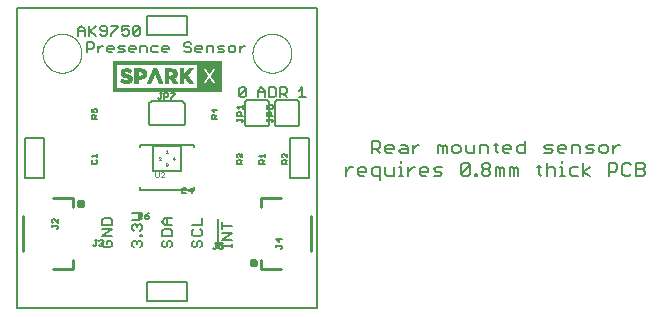
<source format=gto>
G75*
%MOIN*%
%OFA0B0*%
%FSLAX25Y25*%
%IPPOS*%
%LPD*%
%AMOC8*
5,1,8,0,0,1.08239X$1,22.5*
%
%ADD10C,0.00800*%
%ADD11C,0.00600*%
%ADD12C,0.00000*%
%ADD13C,0.00500*%
%ADD14C,0.01000*%
%ADD15C,0.01575*%
%ADD16C,0.00039*%
%ADD17C,0.00300*%
%ADD18C,0.00100*%
D10*
X0163333Y0075000D02*
X0263333Y0075000D01*
X0263333Y0175000D01*
X0163333Y0175000D01*
X0163333Y0075000D01*
X0204278Y0114520D02*
X0222388Y0114520D01*
X0222388Y0115307D01*
X0204278Y0115307D02*
X0204278Y0114520D01*
X0204278Y0128693D02*
X0204278Y0129480D01*
X0222388Y0129480D01*
X0222388Y0128693D01*
X0273090Y0121952D02*
X0273090Y0119150D01*
X0273090Y0120551D02*
X0274491Y0121952D01*
X0275192Y0121952D01*
X0276927Y0121252D02*
X0277627Y0121952D01*
X0279028Y0121952D01*
X0279729Y0121252D01*
X0279729Y0120551D01*
X0276927Y0120551D01*
X0276927Y0119851D02*
X0276927Y0121252D01*
X0276927Y0119851D02*
X0277627Y0119150D01*
X0279028Y0119150D01*
X0281531Y0119851D02*
X0281531Y0121252D01*
X0282231Y0121952D01*
X0284333Y0121952D01*
X0284333Y0117749D01*
X0284333Y0119150D02*
X0282231Y0119150D01*
X0281531Y0119851D01*
X0286134Y0119851D02*
X0286134Y0121952D01*
X0286134Y0119851D02*
X0286835Y0119150D01*
X0288937Y0119150D01*
X0288937Y0121952D01*
X0290738Y0121952D02*
X0291439Y0121952D01*
X0291439Y0119150D01*
X0290738Y0119150D02*
X0292140Y0119150D01*
X0293808Y0119150D02*
X0293808Y0121952D01*
X0293808Y0120551D02*
X0295209Y0121952D01*
X0295909Y0121952D01*
X0297644Y0121252D02*
X0297644Y0119851D01*
X0298345Y0119150D01*
X0299746Y0119150D01*
X0300447Y0120551D02*
X0297644Y0120551D01*
X0297644Y0121252D02*
X0298345Y0121952D01*
X0299746Y0121952D01*
X0300447Y0121252D01*
X0300447Y0120551D01*
X0302248Y0121252D02*
X0302949Y0121952D01*
X0305051Y0121952D01*
X0304350Y0120551D02*
X0302949Y0120551D01*
X0302248Y0121252D01*
X0302248Y0119150D02*
X0304350Y0119150D01*
X0305051Y0119851D01*
X0304350Y0120551D01*
X0311456Y0119851D02*
X0314258Y0122653D01*
X0314258Y0119851D01*
X0313558Y0119150D01*
X0312157Y0119150D01*
X0311456Y0119851D01*
X0311456Y0122653D01*
X0312157Y0123354D01*
X0313558Y0123354D01*
X0314258Y0122653D01*
X0318362Y0122653D02*
X0318362Y0121952D01*
X0319063Y0121252D01*
X0320464Y0121252D01*
X0321164Y0120551D01*
X0321164Y0119851D01*
X0320464Y0119150D01*
X0319063Y0119150D01*
X0318362Y0119851D01*
X0318362Y0120551D01*
X0319063Y0121252D01*
X0320464Y0121252D02*
X0321164Y0121952D01*
X0321164Y0122653D01*
X0320464Y0123354D01*
X0319063Y0123354D01*
X0318362Y0122653D01*
X0322966Y0121952D02*
X0323666Y0121952D01*
X0324367Y0121252D01*
X0325068Y0121952D01*
X0325768Y0121252D01*
X0325768Y0119150D01*
X0324367Y0119150D02*
X0324367Y0121252D01*
X0322966Y0121952D02*
X0322966Y0119150D01*
X0327570Y0119150D02*
X0327570Y0121952D01*
X0328270Y0121952D01*
X0328971Y0121252D01*
X0329672Y0121952D01*
X0330372Y0121252D01*
X0330372Y0119150D01*
X0328971Y0119150D02*
X0328971Y0121252D01*
X0336778Y0121952D02*
X0338179Y0121952D01*
X0337478Y0122653D02*
X0337478Y0119851D01*
X0338179Y0119150D01*
X0339847Y0119150D02*
X0339847Y0123354D01*
X0340548Y0121952D02*
X0341949Y0121952D01*
X0342649Y0121252D01*
X0342649Y0119150D01*
X0344451Y0119150D02*
X0345852Y0119150D01*
X0345151Y0119150D02*
X0345151Y0121952D01*
X0344451Y0121952D01*
X0345151Y0123354D02*
X0345151Y0124054D01*
X0345785Y0126650D02*
X0344384Y0126650D01*
X0343684Y0127351D01*
X0343684Y0128752D01*
X0344384Y0129452D01*
X0345785Y0129452D01*
X0346486Y0128752D01*
X0346486Y0128051D01*
X0343684Y0128051D01*
X0341882Y0127351D02*
X0341181Y0128051D01*
X0339780Y0128051D01*
X0339080Y0128752D01*
X0339780Y0129452D01*
X0341882Y0129452D01*
X0341882Y0127351D02*
X0341181Y0126650D01*
X0339080Y0126650D01*
X0332674Y0126650D02*
X0330572Y0126650D01*
X0329872Y0127351D01*
X0329872Y0128752D01*
X0330572Y0129452D01*
X0332674Y0129452D01*
X0332674Y0130854D02*
X0332674Y0126650D01*
X0328070Y0128051D02*
X0325268Y0128051D01*
X0325268Y0127351D02*
X0325268Y0128752D01*
X0325968Y0129452D01*
X0327370Y0129452D01*
X0328070Y0128752D01*
X0328070Y0128051D01*
X0327370Y0126650D02*
X0325968Y0126650D01*
X0325268Y0127351D01*
X0323600Y0126650D02*
X0322899Y0127351D01*
X0322899Y0130153D01*
X0322199Y0129452D02*
X0323600Y0129452D01*
X0320397Y0128752D02*
X0320397Y0126650D01*
X0320397Y0128752D02*
X0319696Y0129452D01*
X0317595Y0129452D01*
X0317595Y0126650D01*
X0315793Y0126650D02*
X0315793Y0129452D01*
X0312991Y0129452D02*
X0312991Y0127351D01*
X0313691Y0126650D01*
X0315793Y0126650D01*
X0311189Y0127351D02*
X0311189Y0128752D01*
X0310489Y0129452D01*
X0309087Y0129452D01*
X0308387Y0128752D01*
X0308387Y0127351D01*
X0309087Y0126650D01*
X0310489Y0126650D01*
X0311189Y0127351D01*
X0306585Y0126650D02*
X0306585Y0128752D01*
X0305885Y0129452D01*
X0305184Y0128752D01*
X0305184Y0126650D01*
X0303783Y0126650D02*
X0303783Y0129452D01*
X0304483Y0129452D01*
X0305184Y0128752D01*
X0297444Y0129452D02*
X0296744Y0129452D01*
X0295342Y0128051D01*
X0295342Y0126650D02*
X0295342Y0129452D01*
X0293541Y0128752D02*
X0292840Y0129452D01*
X0291439Y0129452D01*
X0291439Y0128051D02*
X0293541Y0128051D01*
X0293541Y0128752D02*
X0293541Y0126650D01*
X0291439Y0126650D01*
X0290738Y0127351D01*
X0291439Y0128051D01*
X0288937Y0128051D02*
X0286135Y0128051D01*
X0286135Y0127351D02*
X0286135Y0128752D01*
X0286835Y0129452D01*
X0288236Y0129452D01*
X0288937Y0128752D01*
X0288937Y0128051D01*
X0288236Y0126650D02*
X0286835Y0126650D01*
X0286135Y0127351D01*
X0284333Y0126650D02*
X0282932Y0128051D01*
X0283632Y0128051D02*
X0281531Y0128051D01*
X0281531Y0126650D02*
X0281531Y0130854D01*
X0283632Y0130854D01*
X0284333Y0130153D01*
X0284333Y0128752D01*
X0283632Y0128051D01*
X0291439Y0124054D02*
X0291439Y0123354D01*
X0316060Y0119851D02*
X0316761Y0119851D01*
X0316761Y0119150D01*
X0316060Y0119150D01*
X0316060Y0119851D01*
X0339847Y0121252D02*
X0340548Y0121952D01*
X0347520Y0121252D02*
X0347520Y0119851D01*
X0348221Y0119150D01*
X0350323Y0119150D01*
X0352124Y0119150D02*
X0352124Y0123354D01*
X0350323Y0121952D02*
X0348221Y0121952D01*
X0347520Y0121252D01*
X0352124Y0120551D02*
X0354226Y0121952D01*
X0352124Y0120551D02*
X0354226Y0119150D01*
X0360565Y0119150D02*
X0360565Y0123354D01*
X0362666Y0123354D01*
X0363367Y0122653D01*
X0363367Y0121252D01*
X0362666Y0120551D01*
X0360565Y0120551D01*
X0365169Y0119851D02*
X0365869Y0119150D01*
X0367270Y0119150D01*
X0367971Y0119851D01*
X0369772Y0119150D02*
X0371874Y0119150D01*
X0372575Y0119851D01*
X0372575Y0120551D01*
X0371874Y0121252D01*
X0369772Y0121252D01*
X0369772Y0119150D02*
X0369772Y0123354D01*
X0371874Y0123354D01*
X0372575Y0122653D01*
X0372575Y0121952D01*
X0371874Y0121252D01*
X0367971Y0122653D02*
X0367270Y0123354D01*
X0365869Y0123354D01*
X0365169Y0122653D01*
X0365169Y0119851D01*
X0362099Y0126650D02*
X0362099Y0129452D01*
X0362099Y0128051D02*
X0363500Y0129452D01*
X0364201Y0129452D01*
X0360298Y0128752D02*
X0359597Y0129452D01*
X0358196Y0129452D01*
X0357495Y0128752D01*
X0357495Y0127351D01*
X0358196Y0126650D01*
X0359597Y0126650D01*
X0360298Y0127351D01*
X0360298Y0128752D01*
X0355694Y0129452D02*
X0353592Y0129452D01*
X0352891Y0128752D01*
X0353592Y0128051D01*
X0354993Y0128051D01*
X0355694Y0127351D01*
X0354993Y0126650D01*
X0352891Y0126650D01*
X0351090Y0126650D02*
X0351090Y0128752D01*
X0350389Y0129452D01*
X0348287Y0129452D01*
X0348287Y0126650D01*
D11*
X0259560Y0145300D02*
X0257292Y0145300D01*
X0258426Y0145300D02*
X0258426Y0148703D01*
X0257292Y0147569D01*
X0253244Y0148136D02*
X0253244Y0147001D01*
X0252676Y0146434D01*
X0250975Y0146434D01*
X0250975Y0145300D02*
X0250975Y0148703D01*
X0252676Y0148703D01*
X0253244Y0148136D01*
X0252109Y0146434D02*
X0253244Y0145300D01*
X0250333Y0144400D02*
X0256333Y0144400D01*
X0256393Y0144398D01*
X0256454Y0144393D01*
X0256513Y0144384D01*
X0256572Y0144371D01*
X0256631Y0144355D01*
X0256688Y0144335D01*
X0256743Y0144312D01*
X0256798Y0144285D01*
X0256850Y0144256D01*
X0256901Y0144223D01*
X0256950Y0144187D01*
X0256996Y0144149D01*
X0257040Y0144107D01*
X0257082Y0144063D01*
X0257120Y0144017D01*
X0257156Y0143968D01*
X0257189Y0143917D01*
X0257218Y0143865D01*
X0257245Y0143810D01*
X0257268Y0143755D01*
X0257288Y0143698D01*
X0257304Y0143639D01*
X0257317Y0143580D01*
X0257326Y0143521D01*
X0257331Y0143460D01*
X0257333Y0143400D01*
X0257333Y0136600D01*
X0257331Y0136540D01*
X0257326Y0136479D01*
X0257317Y0136420D01*
X0257304Y0136361D01*
X0257288Y0136302D01*
X0257268Y0136245D01*
X0257245Y0136190D01*
X0257218Y0136135D01*
X0257189Y0136083D01*
X0257156Y0136032D01*
X0257120Y0135983D01*
X0257082Y0135937D01*
X0257040Y0135893D01*
X0256996Y0135851D01*
X0256950Y0135813D01*
X0256901Y0135777D01*
X0256850Y0135744D01*
X0256798Y0135715D01*
X0256743Y0135688D01*
X0256688Y0135665D01*
X0256631Y0135645D01*
X0256572Y0135629D01*
X0256513Y0135616D01*
X0256454Y0135607D01*
X0256393Y0135602D01*
X0256333Y0135600D01*
X0250333Y0135600D01*
X0250273Y0135602D01*
X0250212Y0135607D01*
X0250153Y0135616D01*
X0250094Y0135629D01*
X0250035Y0135645D01*
X0249978Y0135665D01*
X0249923Y0135688D01*
X0249868Y0135715D01*
X0249816Y0135744D01*
X0249765Y0135777D01*
X0249716Y0135813D01*
X0249670Y0135851D01*
X0249626Y0135893D01*
X0249584Y0135937D01*
X0249546Y0135983D01*
X0249510Y0136032D01*
X0249477Y0136083D01*
X0249448Y0136135D01*
X0249421Y0136190D01*
X0249398Y0136245D01*
X0249378Y0136302D01*
X0249362Y0136361D01*
X0249349Y0136420D01*
X0249340Y0136479D01*
X0249335Y0136540D01*
X0249333Y0136600D01*
X0249333Y0143400D01*
X0249335Y0143460D01*
X0249340Y0143521D01*
X0249349Y0143580D01*
X0249362Y0143639D01*
X0249378Y0143698D01*
X0249398Y0143755D01*
X0249421Y0143810D01*
X0249448Y0143865D01*
X0249477Y0143917D01*
X0249510Y0143968D01*
X0249546Y0144017D01*
X0249584Y0144063D01*
X0249626Y0144107D01*
X0249670Y0144149D01*
X0249716Y0144187D01*
X0249765Y0144223D01*
X0249816Y0144256D01*
X0249868Y0144285D01*
X0249923Y0144312D01*
X0249978Y0144335D01*
X0250035Y0144355D01*
X0250094Y0144371D01*
X0250153Y0144384D01*
X0250212Y0144393D01*
X0250273Y0144398D01*
X0250333Y0144400D01*
X0248993Y0145300D02*
X0249560Y0145867D01*
X0249560Y0148136D01*
X0248993Y0148703D01*
X0247292Y0148703D01*
X0247292Y0145300D01*
X0248993Y0145300D01*
X0247333Y0143400D02*
X0247333Y0136600D01*
X0247331Y0136540D01*
X0247326Y0136479D01*
X0247317Y0136420D01*
X0247304Y0136361D01*
X0247288Y0136302D01*
X0247268Y0136245D01*
X0247245Y0136190D01*
X0247218Y0136135D01*
X0247189Y0136083D01*
X0247156Y0136032D01*
X0247120Y0135983D01*
X0247082Y0135937D01*
X0247040Y0135893D01*
X0246996Y0135851D01*
X0246950Y0135813D01*
X0246901Y0135777D01*
X0246850Y0135744D01*
X0246798Y0135715D01*
X0246743Y0135688D01*
X0246688Y0135665D01*
X0246631Y0135645D01*
X0246572Y0135629D01*
X0246513Y0135616D01*
X0246454Y0135607D01*
X0246393Y0135602D01*
X0246333Y0135600D01*
X0240333Y0135600D01*
X0240273Y0135602D01*
X0240212Y0135607D01*
X0240153Y0135616D01*
X0240094Y0135629D01*
X0240035Y0135645D01*
X0239978Y0135665D01*
X0239923Y0135688D01*
X0239868Y0135715D01*
X0239816Y0135744D01*
X0239765Y0135777D01*
X0239716Y0135813D01*
X0239670Y0135851D01*
X0239626Y0135893D01*
X0239584Y0135937D01*
X0239546Y0135983D01*
X0239510Y0136032D01*
X0239477Y0136083D01*
X0239448Y0136135D01*
X0239421Y0136190D01*
X0239398Y0136245D01*
X0239378Y0136302D01*
X0239362Y0136361D01*
X0239349Y0136420D01*
X0239340Y0136479D01*
X0239335Y0136540D01*
X0239333Y0136600D01*
X0239333Y0143400D01*
X0239335Y0143460D01*
X0239340Y0143521D01*
X0239349Y0143580D01*
X0239362Y0143639D01*
X0239378Y0143698D01*
X0239398Y0143755D01*
X0239421Y0143810D01*
X0239448Y0143865D01*
X0239477Y0143917D01*
X0239510Y0143968D01*
X0239546Y0144017D01*
X0239584Y0144063D01*
X0239626Y0144107D01*
X0239670Y0144149D01*
X0239716Y0144187D01*
X0239765Y0144223D01*
X0239816Y0144256D01*
X0239868Y0144285D01*
X0239923Y0144312D01*
X0239978Y0144335D01*
X0240035Y0144355D01*
X0240094Y0144371D01*
X0240153Y0144384D01*
X0240212Y0144393D01*
X0240273Y0144398D01*
X0240333Y0144400D01*
X0246333Y0144400D01*
X0246393Y0144398D01*
X0246454Y0144393D01*
X0246513Y0144384D01*
X0246572Y0144371D01*
X0246631Y0144355D01*
X0246688Y0144335D01*
X0246743Y0144312D01*
X0246798Y0144285D01*
X0246850Y0144256D01*
X0246901Y0144223D01*
X0246950Y0144187D01*
X0246996Y0144149D01*
X0247040Y0144107D01*
X0247082Y0144063D01*
X0247120Y0144017D01*
X0247156Y0143968D01*
X0247189Y0143917D01*
X0247218Y0143865D01*
X0247245Y0143810D01*
X0247268Y0143755D01*
X0247288Y0143698D01*
X0247304Y0143639D01*
X0247317Y0143580D01*
X0247326Y0143521D01*
X0247331Y0143460D01*
X0247333Y0143400D01*
X0245877Y0145300D02*
X0245877Y0147569D01*
X0244743Y0148703D01*
X0243609Y0147569D01*
X0243609Y0145300D01*
X0243609Y0147001D02*
X0245877Y0147001D01*
X0239560Y0145867D02*
X0238993Y0145300D01*
X0237859Y0145300D01*
X0237292Y0145867D01*
X0239560Y0148136D01*
X0239560Y0145867D01*
X0237292Y0145867D02*
X0237292Y0148136D01*
X0237859Y0148703D01*
X0238993Y0148703D01*
X0239560Y0148136D01*
X0219333Y0143000D02*
X0219333Y0137000D01*
X0219331Y0136940D01*
X0219326Y0136879D01*
X0219317Y0136820D01*
X0219304Y0136761D01*
X0219288Y0136702D01*
X0219268Y0136645D01*
X0219245Y0136590D01*
X0219218Y0136535D01*
X0219189Y0136483D01*
X0219156Y0136432D01*
X0219120Y0136383D01*
X0219082Y0136337D01*
X0219040Y0136293D01*
X0218996Y0136251D01*
X0218950Y0136213D01*
X0218901Y0136177D01*
X0218850Y0136144D01*
X0218798Y0136115D01*
X0218743Y0136088D01*
X0218688Y0136065D01*
X0218631Y0136045D01*
X0218572Y0136029D01*
X0218513Y0136016D01*
X0218454Y0136007D01*
X0218393Y0136002D01*
X0218333Y0136000D01*
X0208333Y0136000D01*
X0208273Y0136002D01*
X0208212Y0136007D01*
X0208153Y0136016D01*
X0208094Y0136029D01*
X0208035Y0136045D01*
X0207978Y0136065D01*
X0207923Y0136088D01*
X0207868Y0136115D01*
X0207816Y0136144D01*
X0207765Y0136177D01*
X0207716Y0136213D01*
X0207670Y0136251D01*
X0207626Y0136293D01*
X0207584Y0136337D01*
X0207546Y0136383D01*
X0207510Y0136432D01*
X0207477Y0136483D01*
X0207448Y0136535D01*
X0207421Y0136590D01*
X0207398Y0136645D01*
X0207378Y0136702D01*
X0207362Y0136761D01*
X0207349Y0136820D01*
X0207340Y0136879D01*
X0207335Y0136940D01*
X0207333Y0137000D01*
X0207333Y0143000D01*
X0207335Y0143060D01*
X0207340Y0143121D01*
X0207349Y0143180D01*
X0207362Y0143239D01*
X0207378Y0143298D01*
X0207398Y0143355D01*
X0207421Y0143410D01*
X0207448Y0143465D01*
X0207477Y0143517D01*
X0207510Y0143568D01*
X0207546Y0143617D01*
X0207584Y0143663D01*
X0207626Y0143707D01*
X0207670Y0143749D01*
X0207716Y0143787D01*
X0207765Y0143823D01*
X0207816Y0143856D01*
X0207868Y0143885D01*
X0207923Y0143912D01*
X0207978Y0143935D01*
X0208035Y0143955D01*
X0208094Y0143971D01*
X0208153Y0143984D01*
X0208212Y0143993D01*
X0208273Y0143998D01*
X0208333Y0144000D01*
X0218333Y0144000D01*
X0218393Y0143998D01*
X0218454Y0143993D01*
X0218513Y0143984D01*
X0218572Y0143971D01*
X0218631Y0143955D01*
X0218688Y0143935D01*
X0218743Y0143912D01*
X0218798Y0143885D01*
X0218850Y0143856D01*
X0218901Y0143823D01*
X0218950Y0143787D01*
X0218996Y0143749D01*
X0219040Y0143707D01*
X0219082Y0143663D01*
X0219120Y0143617D01*
X0219156Y0143568D01*
X0219189Y0143517D01*
X0219218Y0143465D01*
X0219245Y0143410D01*
X0219268Y0143355D01*
X0219288Y0143298D01*
X0219304Y0143239D01*
X0219317Y0143180D01*
X0219326Y0143121D01*
X0219331Y0143060D01*
X0219333Y0143000D01*
X0219725Y0160300D02*
X0219158Y0160867D01*
X0219725Y0160300D02*
X0220859Y0160300D01*
X0221427Y0160867D01*
X0221427Y0161434D01*
X0220859Y0162001D01*
X0219725Y0162001D01*
X0219158Y0162569D01*
X0219158Y0163136D01*
X0219725Y0163703D01*
X0220859Y0163703D01*
X0221427Y0163136D01*
X0222841Y0162001D02*
X0223408Y0162569D01*
X0224543Y0162569D01*
X0225110Y0162001D01*
X0225110Y0161434D01*
X0222841Y0161434D01*
X0222841Y0160867D02*
X0222841Y0162001D01*
X0222841Y0160867D02*
X0223408Y0160300D01*
X0224543Y0160300D01*
X0226524Y0160300D02*
X0226524Y0162569D01*
X0228226Y0162569D01*
X0228793Y0162001D01*
X0228793Y0160300D01*
X0230207Y0160300D02*
X0231909Y0160300D01*
X0232476Y0160867D01*
X0231909Y0161434D01*
X0230775Y0161434D01*
X0230207Y0162001D01*
X0230775Y0162569D01*
X0232476Y0162569D01*
X0233891Y0162001D02*
X0233891Y0160867D01*
X0234458Y0160300D01*
X0235592Y0160300D01*
X0236159Y0160867D01*
X0236159Y0162001D01*
X0235592Y0162569D01*
X0234458Y0162569D01*
X0233891Y0162001D01*
X0237574Y0161434D02*
X0238708Y0162569D01*
X0239275Y0162569D01*
X0237574Y0162569D02*
X0237574Y0160300D01*
X0214060Y0161434D02*
X0211792Y0161434D01*
X0211792Y0160867D02*
X0211792Y0162001D01*
X0212359Y0162569D01*
X0213493Y0162569D01*
X0214060Y0162001D01*
X0214060Y0161434D01*
X0213493Y0160300D02*
X0212359Y0160300D01*
X0211792Y0160867D01*
X0210377Y0160300D02*
X0208676Y0160300D01*
X0208109Y0160867D01*
X0208109Y0162001D01*
X0208676Y0162569D01*
X0210377Y0162569D01*
X0206694Y0162001D02*
X0206694Y0160300D01*
X0206694Y0162001D02*
X0206127Y0162569D01*
X0204425Y0162569D01*
X0204425Y0160300D01*
X0203011Y0161434D02*
X0200742Y0161434D01*
X0200742Y0160867D02*
X0200742Y0162001D01*
X0201309Y0162569D01*
X0202444Y0162569D01*
X0203011Y0162001D01*
X0203011Y0161434D01*
X0202444Y0160300D02*
X0201309Y0160300D01*
X0200742Y0160867D01*
X0199328Y0160867D02*
X0198761Y0161434D01*
X0197626Y0161434D01*
X0197059Y0162001D01*
X0197626Y0162569D01*
X0199328Y0162569D01*
X0199328Y0160867D02*
X0198761Y0160300D01*
X0197059Y0160300D01*
X0195645Y0161434D02*
X0193376Y0161434D01*
X0193376Y0160867D02*
X0193376Y0162001D01*
X0193943Y0162569D01*
X0195077Y0162569D01*
X0195645Y0162001D01*
X0195645Y0161434D01*
X0195077Y0160300D02*
X0193943Y0160300D01*
X0193376Y0160867D01*
X0192008Y0162569D02*
X0191441Y0162569D01*
X0190307Y0161434D01*
X0190307Y0160300D02*
X0190307Y0162569D01*
X0188892Y0163136D02*
X0188325Y0163703D01*
X0186624Y0163703D01*
X0186624Y0160300D01*
X0186624Y0161434D02*
X0188325Y0161434D01*
X0188892Y0162001D01*
X0188892Y0163136D01*
X0189536Y0165800D02*
X0187834Y0167501D01*
X0187267Y0166934D02*
X0189536Y0169203D01*
X0190950Y0168636D02*
X0191517Y0169203D01*
X0192652Y0169203D01*
X0193219Y0168636D01*
X0193219Y0166367D01*
X0192652Y0165800D01*
X0191517Y0165800D01*
X0190950Y0166367D01*
X0191517Y0167501D02*
X0193219Y0167501D01*
X0191517Y0167501D02*
X0190950Y0168069D01*
X0190950Y0168636D01*
X0187267Y0169203D02*
X0187267Y0165800D01*
X0185852Y0165800D02*
X0185852Y0168069D01*
X0184718Y0169203D01*
X0183584Y0168069D01*
X0183584Y0165800D01*
X0183584Y0167501D02*
X0185852Y0167501D01*
X0194633Y0166367D02*
X0194633Y0165800D01*
X0194633Y0166367D02*
X0196902Y0168636D01*
X0196902Y0169203D01*
X0194633Y0169203D01*
X0198316Y0169203D02*
X0198316Y0167501D01*
X0199451Y0168069D01*
X0200018Y0168069D01*
X0200585Y0167501D01*
X0200585Y0166367D01*
X0200018Y0165800D01*
X0198884Y0165800D01*
X0198316Y0166367D01*
X0202000Y0166367D02*
X0204268Y0168636D01*
X0204268Y0166367D01*
X0203701Y0165800D01*
X0202567Y0165800D01*
X0202000Y0166367D01*
X0202000Y0168636D01*
X0202567Y0169203D01*
X0203701Y0169203D01*
X0204268Y0168636D01*
X0200585Y0169203D02*
X0198316Y0169203D01*
X0201630Y0106776D02*
X0203899Y0106776D01*
X0205033Y0105642D01*
X0203899Y0104508D01*
X0201630Y0104508D01*
X0202198Y0103093D02*
X0201630Y0102526D01*
X0201630Y0101392D01*
X0202198Y0100825D01*
X0203332Y0101959D02*
X0203332Y0102526D01*
X0203899Y0103093D01*
X0204466Y0103093D01*
X0205033Y0102526D01*
X0205033Y0101392D01*
X0204466Y0100825D01*
X0204466Y0099550D02*
X0205033Y0099550D01*
X0205033Y0098983D01*
X0204466Y0098983D01*
X0204466Y0099550D01*
X0204466Y0097569D02*
X0205033Y0097001D01*
X0205033Y0095867D01*
X0204466Y0095300D01*
X0203332Y0096434D02*
X0203332Y0097001D01*
X0203899Y0097569D01*
X0204466Y0097569D01*
X0203332Y0097001D02*
X0202765Y0097569D01*
X0202198Y0097569D01*
X0201630Y0097001D01*
X0201630Y0095867D01*
X0202198Y0095300D01*
X0195033Y0095867D02*
X0195033Y0097001D01*
X0194466Y0097569D01*
X0193332Y0097569D01*
X0193332Y0096434D01*
X0192198Y0095300D02*
X0194466Y0095300D01*
X0195033Y0095867D01*
X0192198Y0095300D02*
X0191630Y0095867D01*
X0191630Y0097001D01*
X0192198Y0097569D01*
X0191630Y0098983D02*
X0195033Y0101252D01*
X0191630Y0101252D01*
X0191630Y0102666D02*
X0191630Y0104368D01*
X0192198Y0104935D01*
X0194466Y0104935D01*
X0195033Y0104368D01*
X0195033Y0102666D01*
X0191630Y0102666D01*
X0191630Y0098983D02*
X0195033Y0098983D01*
X0202198Y0103093D02*
X0202765Y0103093D01*
X0203332Y0102526D01*
X0211630Y0103801D02*
X0212765Y0104935D01*
X0215033Y0104935D01*
X0213332Y0104935D02*
X0213332Y0102666D01*
X0212765Y0102666D02*
X0211630Y0103801D01*
X0212765Y0102666D02*
X0215033Y0102666D01*
X0214466Y0101252D02*
X0212198Y0101252D01*
X0211630Y0100685D01*
X0211630Y0098983D01*
X0215033Y0098983D01*
X0215033Y0100685D01*
X0214466Y0101252D01*
X0214466Y0097569D02*
X0215033Y0097001D01*
X0215033Y0095867D01*
X0214466Y0095300D01*
X0213332Y0095867D02*
X0213332Y0097001D01*
X0213899Y0097569D01*
X0214466Y0097569D01*
X0213332Y0095867D02*
X0212765Y0095300D01*
X0212198Y0095300D01*
X0211630Y0095867D01*
X0211630Y0097001D01*
X0212198Y0097569D01*
X0221630Y0097001D02*
X0221630Y0095867D01*
X0222198Y0095300D01*
X0222765Y0095300D01*
X0223332Y0095867D01*
X0223332Y0097001D01*
X0223899Y0097569D01*
X0224466Y0097569D01*
X0225033Y0097001D01*
X0225033Y0095867D01*
X0224466Y0095300D01*
X0222198Y0097569D02*
X0221630Y0097001D01*
X0222198Y0098983D02*
X0224466Y0098983D01*
X0225033Y0099550D01*
X0225033Y0100685D01*
X0224466Y0101252D01*
X0225033Y0102666D02*
X0221630Y0102666D01*
X0222198Y0101252D02*
X0221630Y0100685D01*
X0221630Y0099550D01*
X0222198Y0098983D01*
X0225033Y0102666D02*
X0225033Y0104935D01*
X0230433Y0104822D02*
X0230433Y0095000D01*
X0231630Y0095300D02*
X0231630Y0096434D01*
X0231630Y0095867D02*
X0235033Y0095867D01*
X0235033Y0095300D02*
X0235033Y0096434D01*
X0235033Y0097755D02*
X0231630Y0097755D01*
X0235033Y0100024D01*
X0231630Y0100024D01*
X0231630Y0101439D02*
X0231630Y0103707D01*
X0231630Y0102573D02*
X0235033Y0102573D01*
D12*
X0241833Y0160000D02*
X0241835Y0160161D01*
X0241841Y0160321D01*
X0241851Y0160482D01*
X0241865Y0160642D01*
X0241883Y0160802D01*
X0241904Y0160961D01*
X0241930Y0161120D01*
X0241960Y0161278D01*
X0241993Y0161435D01*
X0242031Y0161592D01*
X0242072Y0161747D01*
X0242117Y0161901D01*
X0242166Y0162054D01*
X0242219Y0162206D01*
X0242275Y0162357D01*
X0242336Y0162506D01*
X0242399Y0162654D01*
X0242467Y0162800D01*
X0242538Y0162944D01*
X0242612Y0163086D01*
X0242690Y0163227D01*
X0242772Y0163365D01*
X0242857Y0163502D01*
X0242945Y0163636D01*
X0243037Y0163768D01*
X0243132Y0163898D01*
X0243230Y0164026D01*
X0243331Y0164151D01*
X0243435Y0164273D01*
X0243542Y0164393D01*
X0243652Y0164510D01*
X0243765Y0164625D01*
X0243881Y0164736D01*
X0244000Y0164845D01*
X0244121Y0164950D01*
X0244245Y0165053D01*
X0244371Y0165153D01*
X0244499Y0165249D01*
X0244630Y0165342D01*
X0244764Y0165432D01*
X0244899Y0165519D01*
X0245037Y0165602D01*
X0245176Y0165682D01*
X0245318Y0165758D01*
X0245461Y0165831D01*
X0245606Y0165900D01*
X0245753Y0165966D01*
X0245901Y0166028D01*
X0246051Y0166086D01*
X0246202Y0166141D01*
X0246355Y0166192D01*
X0246509Y0166239D01*
X0246664Y0166282D01*
X0246820Y0166321D01*
X0246976Y0166357D01*
X0247134Y0166388D01*
X0247292Y0166416D01*
X0247451Y0166440D01*
X0247611Y0166460D01*
X0247771Y0166476D01*
X0247931Y0166488D01*
X0248092Y0166496D01*
X0248253Y0166500D01*
X0248413Y0166500D01*
X0248574Y0166496D01*
X0248735Y0166488D01*
X0248895Y0166476D01*
X0249055Y0166460D01*
X0249215Y0166440D01*
X0249374Y0166416D01*
X0249532Y0166388D01*
X0249690Y0166357D01*
X0249846Y0166321D01*
X0250002Y0166282D01*
X0250157Y0166239D01*
X0250311Y0166192D01*
X0250464Y0166141D01*
X0250615Y0166086D01*
X0250765Y0166028D01*
X0250913Y0165966D01*
X0251060Y0165900D01*
X0251205Y0165831D01*
X0251348Y0165758D01*
X0251490Y0165682D01*
X0251629Y0165602D01*
X0251767Y0165519D01*
X0251902Y0165432D01*
X0252036Y0165342D01*
X0252167Y0165249D01*
X0252295Y0165153D01*
X0252421Y0165053D01*
X0252545Y0164950D01*
X0252666Y0164845D01*
X0252785Y0164736D01*
X0252901Y0164625D01*
X0253014Y0164510D01*
X0253124Y0164393D01*
X0253231Y0164273D01*
X0253335Y0164151D01*
X0253436Y0164026D01*
X0253534Y0163898D01*
X0253629Y0163768D01*
X0253721Y0163636D01*
X0253809Y0163502D01*
X0253894Y0163365D01*
X0253976Y0163227D01*
X0254054Y0163086D01*
X0254128Y0162944D01*
X0254199Y0162800D01*
X0254267Y0162654D01*
X0254330Y0162506D01*
X0254391Y0162357D01*
X0254447Y0162206D01*
X0254500Y0162054D01*
X0254549Y0161901D01*
X0254594Y0161747D01*
X0254635Y0161592D01*
X0254673Y0161435D01*
X0254706Y0161278D01*
X0254736Y0161120D01*
X0254762Y0160961D01*
X0254783Y0160802D01*
X0254801Y0160642D01*
X0254815Y0160482D01*
X0254825Y0160321D01*
X0254831Y0160161D01*
X0254833Y0160000D01*
X0254831Y0159839D01*
X0254825Y0159679D01*
X0254815Y0159518D01*
X0254801Y0159358D01*
X0254783Y0159198D01*
X0254762Y0159039D01*
X0254736Y0158880D01*
X0254706Y0158722D01*
X0254673Y0158565D01*
X0254635Y0158408D01*
X0254594Y0158253D01*
X0254549Y0158099D01*
X0254500Y0157946D01*
X0254447Y0157794D01*
X0254391Y0157643D01*
X0254330Y0157494D01*
X0254267Y0157346D01*
X0254199Y0157200D01*
X0254128Y0157056D01*
X0254054Y0156914D01*
X0253976Y0156773D01*
X0253894Y0156635D01*
X0253809Y0156498D01*
X0253721Y0156364D01*
X0253629Y0156232D01*
X0253534Y0156102D01*
X0253436Y0155974D01*
X0253335Y0155849D01*
X0253231Y0155727D01*
X0253124Y0155607D01*
X0253014Y0155490D01*
X0252901Y0155375D01*
X0252785Y0155264D01*
X0252666Y0155155D01*
X0252545Y0155050D01*
X0252421Y0154947D01*
X0252295Y0154847D01*
X0252167Y0154751D01*
X0252036Y0154658D01*
X0251902Y0154568D01*
X0251767Y0154481D01*
X0251629Y0154398D01*
X0251490Y0154318D01*
X0251348Y0154242D01*
X0251205Y0154169D01*
X0251060Y0154100D01*
X0250913Y0154034D01*
X0250765Y0153972D01*
X0250615Y0153914D01*
X0250464Y0153859D01*
X0250311Y0153808D01*
X0250157Y0153761D01*
X0250002Y0153718D01*
X0249846Y0153679D01*
X0249690Y0153643D01*
X0249532Y0153612D01*
X0249374Y0153584D01*
X0249215Y0153560D01*
X0249055Y0153540D01*
X0248895Y0153524D01*
X0248735Y0153512D01*
X0248574Y0153504D01*
X0248413Y0153500D01*
X0248253Y0153500D01*
X0248092Y0153504D01*
X0247931Y0153512D01*
X0247771Y0153524D01*
X0247611Y0153540D01*
X0247451Y0153560D01*
X0247292Y0153584D01*
X0247134Y0153612D01*
X0246976Y0153643D01*
X0246820Y0153679D01*
X0246664Y0153718D01*
X0246509Y0153761D01*
X0246355Y0153808D01*
X0246202Y0153859D01*
X0246051Y0153914D01*
X0245901Y0153972D01*
X0245753Y0154034D01*
X0245606Y0154100D01*
X0245461Y0154169D01*
X0245318Y0154242D01*
X0245176Y0154318D01*
X0245037Y0154398D01*
X0244899Y0154481D01*
X0244764Y0154568D01*
X0244630Y0154658D01*
X0244499Y0154751D01*
X0244371Y0154847D01*
X0244245Y0154947D01*
X0244121Y0155050D01*
X0244000Y0155155D01*
X0243881Y0155264D01*
X0243765Y0155375D01*
X0243652Y0155490D01*
X0243542Y0155607D01*
X0243435Y0155727D01*
X0243331Y0155849D01*
X0243230Y0155974D01*
X0243132Y0156102D01*
X0243037Y0156232D01*
X0242945Y0156364D01*
X0242857Y0156498D01*
X0242772Y0156635D01*
X0242690Y0156773D01*
X0242612Y0156914D01*
X0242538Y0157056D01*
X0242467Y0157200D01*
X0242399Y0157346D01*
X0242336Y0157494D01*
X0242275Y0157643D01*
X0242219Y0157794D01*
X0242166Y0157946D01*
X0242117Y0158099D01*
X0242072Y0158253D01*
X0242031Y0158408D01*
X0241993Y0158565D01*
X0241960Y0158722D01*
X0241930Y0158880D01*
X0241904Y0159039D01*
X0241883Y0159198D01*
X0241865Y0159358D01*
X0241851Y0159518D01*
X0241841Y0159679D01*
X0241835Y0159839D01*
X0241833Y0160000D01*
X0171833Y0160000D02*
X0171835Y0160161D01*
X0171841Y0160321D01*
X0171851Y0160482D01*
X0171865Y0160642D01*
X0171883Y0160802D01*
X0171904Y0160961D01*
X0171930Y0161120D01*
X0171960Y0161278D01*
X0171993Y0161435D01*
X0172031Y0161592D01*
X0172072Y0161747D01*
X0172117Y0161901D01*
X0172166Y0162054D01*
X0172219Y0162206D01*
X0172275Y0162357D01*
X0172336Y0162506D01*
X0172399Y0162654D01*
X0172467Y0162800D01*
X0172538Y0162944D01*
X0172612Y0163086D01*
X0172690Y0163227D01*
X0172772Y0163365D01*
X0172857Y0163502D01*
X0172945Y0163636D01*
X0173037Y0163768D01*
X0173132Y0163898D01*
X0173230Y0164026D01*
X0173331Y0164151D01*
X0173435Y0164273D01*
X0173542Y0164393D01*
X0173652Y0164510D01*
X0173765Y0164625D01*
X0173881Y0164736D01*
X0174000Y0164845D01*
X0174121Y0164950D01*
X0174245Y0165053D01*
X0174371Y0165153D01*
X0174499Y0165249D01*
X0174630Y0165342D01*
X0174764Y0165432D01*
X0174899Y0165519D01*
X0175037Y0165602D01*
X0175176Y0165682D01*
X0175318Y0165758D01*
X0175461Y0165831D01*
X0175606Y0165900D01*
X0175753Y0165966D01*
X0175901Y0166028D01*
X0176051Y0166086D01*
X0176202Y0166141D01*
X0176355Y0166192D01*
X0176509Y0166239D01*
X0176664Y0166282D01*
X0176820Y0166321D01*
X0176976Y0166357D01*
X0177134Y0166388D01*
X0177292Y0166416D01*
X0177451Y0166440D01*
X0177611Y0166460D01*
X0177771Y0166476D01*
X0177931Y0166488D01*
X0178092Y0166496D01*
X0178253Y0166500D01*
X0178413Y0166500D01*
X0178574Y0166496D01*
X0178735Y0166488D01*
X0178895Y0166476D01*
X0179055Y0166460D01*
X0179215Y0166440D01*
X0179374Y0166416D01*
X0179532Y0166388D01*
X0179690Y0166357D01*
X0179846Y0166321D01*
X0180002Y0166282D01*
X0180157Y0166239D01*
X0180311Y0166192D01*
X0180464Y0166141D01*
X0180615Y0166086D01*
X0180765Y0166028D01*
X0180913Y0165966D01*
X0181060Y0165900D01*
X0181205Y0165831D01*
X0181348Y0165758D01*
X0181490Y0165682D01*
X0181629Y0165602D01*
X0181767Y0165519D01*
X0181902Y0165432D01*
X0182036Y0165342D01*
X0182167Y0165249D01*
X0182295Y0165153D01*
X0182421Y0165053D01*
X0182545Y0164950D01*
X0182666Y0164845D01*
X0182785Y0164736D01*
X0182901Y0164625D01*
X0183014Y0164510D01*
X0183124Y0164393D01*
X0183231Y0164273D01*
X0183335Y0164151D01*
X0183436Y0164026D01*
X0183534Y0163898D01*
X0183629Y0163768D01*
X0183721Y0163636D01*
X0183809Y0163502D01*
X0183894Y0163365D01*
X0183976Y0163227D01*
X0184054Y0163086D01*
X0184128Y0162944D01*
X0184199Y0162800D01*
X0184267Y0162654D01*
X0184330Y0162506D01*
X0184391Y0162357D01*
X0184447Y0162206D01*
X0184500Y0162054D01*
X0184549Y0161901D01*
X0184594Y0161747D01*
X0184635Y0161592D01*
X0184673Y0161435D01*
X0184706Y0161278D01*
X0184736Y0161120D01*
X0184762Y0160961D01*
X0184783Y0160802D01*
X0184801Y0160642D01*
X0184815Y0160482D01*
X0184825Y0160321D01*
X0184831Y0160161D01*
X0184833Y0160000D01*
X0184831Y0159839D01*
X0184825Y0159679D01*
X0184815Y0159518D01*
X0184801Y0159358D01*
X0184783Y0159198D01*
X0184762Y0159039D01*
X0184736Y0158880D01*
X0184706Y0158722D01*
X0184673Y0158565D01*
X0184635Y0158408D01*
X0184594Y0158253D01*
X0184549Y0158099D01*
X0184500Y0157946D01*
X0184447Y0157794D01*
X0184391Y0157643D01*
X0184330Y0157494D01*
X0184267Y0157346D01*
X0184199Y0157200D01*
X0184128Y0157056D01*
X0184054Y0156914D01*
X0183976Y0156773D01*
X0183894Y0156635D01*
X0183809Y0156498D01*
X0183721Y0156364D01*
X0183629Y0156232D01*
X0183534Y0156102D01*
X0183436Y0155974D01*
X0183335Y0155849D01*
X0183231Y0155727D01*
X0183124Y0155607D01*
X0183014Y0155490D01*
X0182901Y0155375D01*
X0182785Y0155264D01*
X0182666Y0155155D01*
X0182545Y0155050D01*
X0182421Y0154947D01*
X0182295Y0154847D01*
X0182167Y0154751D01*
X0182036Y0154658D01*
X0181902Y0154568D01*
X0181767Y0154481D01*
X0181629Y0154398D01*
X0181490Y0154318D01*
X0181348Y0154242D01*
X0181205Y0154169D01*
X0181060Y0154100D01*
X0180913Y0154034D01*
X0180765Y0153972D01*
X0180615Y0153914D01*
X0180464Y0153859D01*
X0180311Y0153808D01*
X0180157Y0153761D01*
X0180002Y0153718D01*
X0179846Y0153679D01*
X0179690Y0153643D01*
X0179532Y0153612D01*
X0179374Y0153584D01*
X0179215Y0153560D01*
X0179055Y0153540D01*
X0178895Y0153524D01*
X0178735Y0153512D01*
X0178574Y0153504D01*
X0178413Y0153500D01*
X0178253Y0153500D01*
X0178092Y0153504D01*
X0177931Y0153512D01*
X0177771Y0153524D01*
X0177611Y0153540D01*
X0177451Y0153560D01*
X0177292Y0153584D01*
X0177134Y0153612D01*
X0176976Y0153643D01*
X0176820Y0153679D01*
X0176664Y0153718D01*
X0176509Y0153761D01*
X0176355Y0153808D01*
X0176202Y0153859D01*
X0176051Y0153914D01*
X0175901Y0153972D01*
X0175753Y0154034D01*
X0175606Y0154100D01*
X0175461Y0154169D01*
X0175318Y0154242D01*
X0175176Y0154318D01*
X0175037Y0154398D01*
X0174899Y0154481D01*
X0174764Y0154568D01*
X0174630Y0154658D01*
X0174499Y0154751D01*
X0174371Y0154847D01*
X0174245Y0154947D01*
X0174121Y0155050D01*
X0174000Y0155155D01*
X0173881Y0155264D01*
X0173765Y0155375D01*
X0173652Y0155490D01*
X0173542Y0155607D01*
X0173435Y0155727D01*
X0173331Y0155849D01*
X0173230Y0155974D01*
X0173132Y0156102D01*
X0173037Y0156232D01*
X0172945Y0156364D01*
X0172857Y0156498D01*
X0172772Y0156635D01*
X0172690Y0156773D01*
X0172612Y0156914D01*
X0172538Y0157056D01*
X0172467Y0157200D01*
X0172399Y0157346D01*
X0172336Y0157494D01*
X0172275Y0157643D01*
X0172219Y0157794D01*
X0172166Y0157946D01*
X0172117Y0158099D01*
X0172072Y0158253D01*
X0172031Y0158408D01*
X0171993Y0158565D01*
X0171960Y0158722D01*
X0171930Y0158880D01*
X0171904Y0159039D01*
X0171883Y0159198D01*
X0171865Y0159358D01*
X0171851Y0159518D01*
X0171841Y0159679D01*
X0171835Y0159839D01*
X0171833Y0160000D01*
D13*
X0206640Y0166142D02*
X0206640Y0172441D01*
X0220026Y0172441D01*
X0220026Y0166142D01*
X0206640Y0166142D01*
X0210902Y0146652D02*
X0211536Y0146652D01*
X0211219Y0146652D02*
X0211219Y0145067D01*
X0210902Y0144750D01*
X0210585Y0144750D01*
X0210269Y0145067D01*
X0212478Y0145384D02*
X0213429Y0145384D01*
X0213746Y0145701D01*
X0213746Y0146335D01*
X0213429Y0146652D01*
X0212478Y0146652D01*
X0212478Y0144750D01*
X0214688Y0144750D02*
X0214688Y0145067D01*
X0215956Y0146335D01*
X0215956Y0146652D01*
X0214688Y0146652D01*
X0228182Y0141201D02*
X0229133Y0140250D01*
X0229133Y0141518D01*
X0230083Y0141201D02*
X0228182Y0141201D01*
X0228499Y0139308D02*
X0229133Y0139308D01*
X0229449Y0138991D01*
X0229449Y0138040D01*
X0229449Y0138674D02*
X0230083Y0139308D01*
X0230083Y0138040D02*
X0228182Y0138040D01*
X0228182Y0138991D01*
X0228499Y0139308D01*
X0236682Y0139145D02*
X0236682Y0140096D01*
X0236999Y0140413D01*
X0237633Y0140413D01*
X0237949Y0140096D01*
X0237949Y0139145D01*
X0238583Y0139145D02*
X0236682Y0139145D01*
X0236682Y0138203D02*
X0236682Y0137569D01*
X0236682Y0137886D02*
X0238266Y0137886D01*
X0238583Y0137569D01*
X0238583Y0137252D01*
X0238266Y0136935D01*
X0238583Y0141355D02*
X0238583Y0142623D01*
X0238583Y0141989D02*
X0236682Y0141989D01*
X0237316Y0141355D01*
X0246682Y0141355D02*
X0247633Y0141355D01*
X0247316Y0141989D01*
X0247316Y0142306D01*
X0247633Y0142623D01*
X0248266Y0142623D01*
X0248583Y0142306D01*
X0248583Y0141672D01*
X0248266Y0141355D01*
X0247633Y0140413D02*
X0247949Y0140096D01*
X0247949Y0139145D01*
X0248583Y0139145D02*
X0246682Y0139145D01*
X0246682Y0140096D01*
X0246999Y0140413D01*
X0247633Y0140413D01*
X0246682Y0141355D02*
X0246682Y0142623D01*
X0246682Y0138203D02*
X0246682Y0137569D01*
X0246682Y0137886D02*
X0248266Y0137886D01*
X0248583Y0137569D01*
X0248583Y0137252D01*
X0248266Y0136935D01*
X0254475Y0131693D02*
X0260774Y0131693D01*
X0260774Y0118307D01*
X0254475Y0118307D01*
X0254475Y0131693D01*
X0253483Y0126518D02*
X0253483Y0125250D01*
X0252216Y0126518D01*
X0251899Y0126518D01*
X0251582Y0126201D01*
X0251582Y0125567D01*
X0251899Y0125250D01*
X0251899Y0124308D02*
X0252533Y0124308D01*
X0252849Y0123991D01*
X0252849Y0123040D01*
X0252849Y0123674D02*
X0253483Y0124308D01*
X0253483Y0123040D02*
X0251582Y0123040D01*
X0251582Y0123991D01*
X0251899Y0124308D01*
X0245983Y0124308D02*
X0245349Y0123674D01*
X0245349Y0123991D02*
X0245349Y0123040D01*
X0245983Y0123040D02*
X0244082Y0123040D01*
X0244082Y0123991D01*
X0244399Y0124308D01*
X0245033Y0124308D01*
X0245349Y0123991D01*
X0244716Y0125250D02*
X0244082Y0125884D01*
X0245983Y0125884D01*
X0245983Y0125250D02*
X0245983Y0126518D01*
X0238483Y0126201D02*
X0238483Y0125567D01*
X0238166Y0125250D01*
X0237533Y0125884D02*
X0237533Y0126201D01*
X0237849Y0126518D01*
X0238166Y0126518D01*
X0238483Y0126201D01*
X0237533Y0126201D02*
X0237216Y0126518D01*
X0236899Y0126518D01*
X0236582Y0126201D01*
X0236582Y0125567D01*
X0236899Y0125250D01*
X0236899Y0124308D02*
X0237533Y0124308D01*
X0237849Y0123991D01*
X0237849Y0123040D01*
X0237849Y0123674D02*
X0238483Y0124308D01*
X0238483Y0123040D02*
X0236582Y0123040D01*
X0236582Y0123991D01*
X0236899Y0124308D01*
X0221534Y0115152D02*
X0220583Y0114201D01*
X0221851Y0114201D01*
X0221534Y0113250D02*
X0221534Y0115152D01*
X0219641Y0114835D02*
X0219324Y0115152D01*
X0218690Y0115152D01*
X0218373Y0114835D01*
X0218373Y0113567D01*
X0218690Y0113250D01*
X0219324Y0113250D01*
X0219641Y0113567D01*
X0218058Y0120819D02*
X0208609Y0120819D01*
X0208609Y0129087D01*
X0218058Y0129087D01*
X0218058Y0120819D01*
X0190083Y0123357D02*
X0190083Y0123991D01*
X0189766Y0124308D01*
X0190083Y0125250D02*
X0190083Y0126518D01*
X0190083Y0125884D02*
X0188182Y0125884D01*
X0188816Y0125250D01*
X0188499Y0124308D02*
X0188182Y0123991D01*
X0188182Y0123357D01*
X0188499Y0123040D01*
X0189766Y0123040D01*
X0190083Y0123357D01*
X0172192Y0118307D02*
X0165892Y0118307D01*
X0165892Y0131693D01*
X0172192Y0131693D01*
X0172192Y0118307D01*
X0175399Y0104808D02*
X0175082Y0104491D01*
X0175082Y0103857D01*
X0175399Y0103540D01*
X0175082Y0102598D02*
X0175082Y0101964D01*
X0175082Y0102281D02*
X0176666Y0102281D01*
X0176983Y0101964D01*
X0176983Y0101647D01*
X0176666Y0101330D01*
X0176983Y0103540D02*
X0175716Y0104808D01*
X0175399Y0104808D01*
X0176983Y0104808D02*
X0176983Y0103540D01*
X0189217Y0097652D02*
X0189851Y0097652D01*
X0189534Y0097652D02*
X0189534Y0096067D01*
X0189217Y0095750D01*
X0188900Y0095750D01*
X0188583Y0096067D01*
X0190793Y0096067D02*
X0191110Y0095750D01*
X0191744Y0095750D01*
X0192061Y0096067D01*
X0192061Y0096384D01*
X0191744Y0096701D01*
X0191427Y0096701D01*
X0191744Y0096701D02*
X0192061Y0097018D01*
X0192061Y0097335D01*
X0191744Y0097652D01*
X0191110Y0097652D01*
X0190793Y0097335D01*
X0203873Y0104850D02*
X0203873Y0106752D01*
X0204824Y0106752D01*
X0205141Y0106435D01*
X0205141Y0105801D01*
X0204824Y0105484D01*
X0203873Y0105484D01*
X0204507Y0105484D02*
X0205141Y0104850D01*
X0206083Y0105167D02*
X0206400Y0104850D01*
X0207034Y0104850D01*
X0207351Y0105167D01*
X0207351Y0105484D01*
X0207034Y0105801D01*
X0206083Y0105801D01*
X0206083Y0105167D01*
X0206083Y0105801D02*
X0206717Y0106435D01*
X0207351Y0106752D01*
X0229217Y0096652D02*
X0229851Y0096652D01*
X0229534Y0096652D02*
X0229534Y0095067D01*
X0229217Y0094750D01*
X0228900Y0094750D01*
X0228583Y0095067D01*
X0230793Y0095067D02*
X0231110Y0094750D01*
X0231744Y0094750D01*
X0232061Y0095067D01*
X0232061Y0095701D01*
X0231744Y0096018D01*
X0231427Y0096018D01*
X0230793Y0095701D01*
X0230793Y0096652D01*
X0232061Y0096652D01*
X0249682Y0096018D02*
X0249682Y0095384D01*
X0249682Y0095701D02*
X0251266Y0095701D01*
X0251583Y0095384D01*
X0251583Y0095067D01*
X0251266Y0094750D01*
X0250633Y0096960D02*
X0250633Y0098228D01*
X0251583Y0097911D02*
X0249682Y0097911D01*
X0250633Y0096960D01*
X0220026Y0083858D02*
X0220026Y0077559D01*
X0206640Y0077559D01*
X0206640Y0083858D01*
X0220026Y0083858D01*
X0190083Y0138040D02*
X0188182Y0138040D01*
X0188182Y0138991D01*
X0188499Y0139308D01*
X0189133Y0139308D01*
X0189449Y0138991D01*
X0189449Y0138040D01*
X0189449Y0138674D02*
X0190083Y0139308D01*
X0189766Y0140250D02*
X0190083Y0140567D01*
X0190083Y0141201D01*
X0189766Y0141518D01*
X0189133Y0141518D01*
X0188816Y0141201D01*
X0188816Y0140884D01*
X0189133Y0140250D01*
X0188182Y0140250D01*
X0188182Y0141518D01*
D14*
X0181955Y0111811D02*
X0175459Y0111811D01*
X0181955Y0111811D02*
X0181955Y0108858D01*
X0165223Y0105906D02*
X0165223Y0094094D01*
X0175459Y0088189D02*
X0181955Y0088189D01*
X0181955Y0091142D01*
X0244711Y0091142D02*
X0244711Y0088189D01*
X0251207Y0088189D01*
X0261444Y0094094D02*
X0261444Y0105906D01*
X0251207Y0111811D02*
X0244711Y0111811D01*
X0244711Y0108858D01*
D15*
X0241595Y0090157D02*
X0241597Y0090204D01*
X0241603Y0090250D01*
X0241612Y0090296D01*
X0241626Y0090340D01*
X0241643Y0090384D01*
X0241664Y0090425D01*
X0241688Y0090465D01*
X0241715Y0090503D01*
X0241746Y0090538D01*
X0241779Y0090571D01*
X0241815Y0090601D01*
X0241854Y0090627D01*
X0241894Y0090651D01*
X0241936Y0090670D01*
X0241980Y0090687D01*
X0242025Y0090699D01*
X0242071Y0090708D01*
X0242117Y0090713D01*
X0242164Y0090714D01*
X0242210Y0090711D01*
X0242256Y0090704D01*
X0242302Y0090693D01*
X0242346Y0090679D01*
X0242389Y0090661D01*
X0242430Y0090639D01*
X0242470Y0090614D01*
X0242507Y0090586D01*
X0242542Y0090555D01*
X0242574Y0090521D01*
X0242603Y0090484D01*
X0242628Y0090446D01*
X0242651Y0090405D01*
X0242670Y0090362D01*
X0242685Y0090318D01*
X0242697Y0090273D01*
X0242705Y0090227D01*
X0242709Y0090180D01*
X0242709Y0090134D01*
X0242705Y0090087D01*
X0242697Y0090041D01*
X0242685Y0089996D01*
X0242670Y0089952D01*
X0242651Y0089909D01*
X0242628Y0089868D01*
X0242603Y0089830D01*
X0242574Y0089793D01*
X0242542Y0089759D01*
X0242507Y0089728D01*
X0242470Y0089700D01*
X0242431Y0089675D01*
X0242389Y0089653D01*
X0242346Y0089635D01*
X0242302Y0089621D01*
X0242256Y0089610D01*
X0242210Y0089603D01*
X0242164Y0089600D01*
X0242117Y0089601D01*
X0242071Y0089606D01*
X0242025Y0089615D01*
X0241980Y0089627D01*
X0241936Y0089644D01*
X0241894Y0089663D01*
X0241854Y0089687D01*
X0241815Y0089713D01*
X0241779Y0089743D01*
X0241746Y0089776D01*
X0241715Y0089811D01*
X0241688Y0089849D01*
X0241664Y0089889D01*
X0241643Y0089930D01*
X0241626Y0089974D01*
X0241612Y0090018D01*
X0241603Y0090064D01*
X0241597Y0090110D01*
X0241595Y0090157D01*
X0183957Y0109843D02*
X0183959Y0109890D01*
X0183965Y0109936D01*
X0183974Y0109982D01*
X0183988Y0110026D01*
X0184005Y0110070D01*
X0184026Y0110111D01*
X0184050Y0110151D01*
X0184077Y0110189D01*
X0184108Y0110224D01*
X0184141Y0110257D01*
X0184177Y0110287D01*
X0184216Y0110313D01*
X0184256Y0110337D01*
X0184298Y0110356D01*
X0184342Y0110373D01*
X0184387Y0110385D01*
X0184433Y0110394D01*
X0184479Y0110399D01*
X0184526Y0110400D01*
X0184572Y0110397D01*
X0184618Y0110390D01*
X0184664Y0110379D01*
X0184708Y0110365D01*
X0184751Y0110347D01*
X0184792Y0110325D01*
X0184832Y0110300D01*
X0184869Y0110272D01*
X0184904Y0110241D01*
X0184936Y0110207D01*
X0184965Y0110170D01*
X0184990Y0110132D01*
X0185013Y0110091D01*
X0185032Y0110048D01*
X0185047Y0110004D01*
X0185059Y0109959D01*
X0185067Y0109913D01*
X0185071Y0109866D01*
X0185071Y0109820D01*
X0185067Y0109773D01*
X0185059Y0109727D01*
X0185047Y0109682D01*
X0185032Y0109638D01*
X0185013Y0109595D01*
X0184990Y0109554D01*
X0184965Y0109516D01*
X0184936Y0109479D01*
X0184904Y0109445D01*
X0184869Y0109414D01*
X0184832Y0109386D01*
X0184793Y0109361D01*
X0184751Y0109339D01*
X0184708Y0109321D01*
X0184664Y0109307D01*
X0184618Y0109296D01*
X0184572Y0109289D01*
X0184526Y0109286D01*
X0184479Y0109287D01*
X0184433Y0109292D01*
X0184387Y0109301D01*
X0184342Y0109313D01*
X0184298Y0109330D01*
X0184256Y0109349D01*
X0184216Y0109373D01*
X0184177Y0109399D01*
X0184141Y0109429D01*
X0184108Y0109462D01*
X0184077Y0109497D01*
X0184050Y0109535D01*
X0184026Y0109575D01*
X0184005Y0109616D01*
X0183988Y0109660D01*
X0183974Y0109704D01*
X0183965Y0109750D01*
X0183959Y0109796D01*
X0183957Y0109843D01*
D16*
X0195333Y0147518D02*
X0222967Y0147518D01*
X0231333Y0147518D01*
X0231333Y0152015D01*
X0228314Y0152015D01*
X0229631Y0150084D01*
X0228381Y0150084D01*
X0227298Y0151740D01*
X0226207Y0150084D01*
X0225001Y0150084D01*
X0226326Y0152015D01*
X0223291Y0152015D01*
X0223291Y0148443D01*
X0222967Y0148443D01*
X0222967Y0147518D01*
X0222967Y0148443D01*
X0196259Y0148443D01*
X0196259Y0156557D01*
X0223291Y0156557D01*
X0223291Y0152015D01*
X0226326Y0152015D01*
X0226686Y0152540D01*
X0225073Y0154912D01*
X0226315Y0154912D01*
X0227330Y0153346D01*
X0228353Y0154912D01*
X0229559Y0154912D01*
X0227946Y0152554D01*
X0228314Y0152015D01*
X0231333Y0152015D01*
X0231333Y0157482D01*
X0223291Y0157482D01*
X0195333Y0157482D01*
X0195333Y0147518D01*
X0195333Y0147543D02*
X0222967Y0147543D01*
X0231333Y0147543D01*
X0231333Y0147581D02*
X0222967Y0147581D01*
X0195333Y0147581D01*
X0195333Y0147619D02*
X0222967Y0147619D01*
X0231333Y0147619D01*
X0231333Y0147657D02*
X0222967Y0147657D01*
X0195333Y0147657D01*
X0195333Y0147694D02*
X0222967Y0147694D01*
X0231333Y0147694D01*
X0231333Y0147732D02*
X0222967Y0147732D01*
X0195333Y0147732D01*
X0195333Y0147770D02*
X0222967Y0147770D01*
X0231333Y0147770D01*
X0231333Y0147808D02*
X0222967Y0147808D01*
X0195333Y0147808D01*
X0195333Y0147846D02*
X0222967Y0147846D01*
X0231333Y0147846D01*
X0231333Y0147884D02*
X0222967Y0147884D01*
X0195333Y0147884D01*
X0195333Y0147922D02*
X0222967Y0147922D01*
X0231333Y0147922D01*
X0231333Y0147960D02*
X0222967Y0147960D01*
X0195333Y0147960D01*
X0195333Y0147997D02*
X0222967Y0147997D01*
X0231333Y0147997D01*
X0231333Y0148035D02*
X0222967Y0148035D01*
X0195333Y0148035D01*
X0195333Y0148073D02*
X0222967Y0148073D01*
X0231333Y0148073D01*
X0231333Y0148111D02*
X0222967Y0148111D01*
X0195333Y0148111D01*
X0195333Y0148149D02*
X0222967Y0148149D01*
X0231333Y0148149D01*
X0231333Y0148187D02*
X0222967Y0148187D01*
X0195333Y0148187D01*
X0195333Y0148225D02*
X0222967Y0148225D01*
X0231333Y0148225D01*
X0231333Y0148263D02*
X0222967Y0148263D01*
X0195333Y0148263D01*
X0195333Y0148301D02*
X0222967Y0148301D01*
X0231333Y0148301D01*
X0231333Y0148338D02*
X0222967Y0148338D01*
X0195333Y0148338D01*
X0195333Y0148376D02*
X0222967Y0148376D01*
X0231333Y0148376D01*
X0231333Y0148414D02*
X0222967Y0148414D01*
X0195333Y0148414D01*
X0195333Y0148452D02*
X0196259Y0148452D01*
X0196259Y0148490D02*
X0195333Y0148490D01*
X0195333Y0148528D02*
X0196259Y0148528D01*
X0196259Y0148566D02*
X0195333Y0148566D01*
X0195333Y0148604D02*
X0196259Y0148604D01*
X0196259Y0148641D02*
X0195333Y0148641D01*
X0195333Y0148679D02*
X0196259Y0148679D01*
X0196259Y0148717D02*
X0195333Y0148717D01*
X0195333Y0148755D02*
X0196259Y0148755D01*
X0196259Y0148793D02*
X0195333Y0148793D01*
X0195333Y0148831D02*
X0196259Y0148831D01*
X0196259Y0148869D02*
X0195333Y0148869D01*
X0195333Y0148907D02*
X0196259Y0148907D01*
X0196259Y0148944D02*
X0195333Y0148944D01*
X0195333Y0148982D02*
X0196259Y0148982D01*
X0196259Y0149020D02*
X0195333Y0149020D01*
X0195333Y0149058D02*
X0196259Y0149058D01*
X0196259Y0149096D02*
X0195333Y0149096D01*
X0195333Y0149134D02*
X0196259Y0149134D01*
X0196259Y0149172D02*
X0195333Y0149172D01*
X0195333Y0149210D02*
X0196259Y0149210D01*
X0196259Y0149248D02*
X0195333Y0149248D01*
X0195333Y0149285D02*
X0196259Y0149285D01*
X0196259Y0149323D02*
X0195333Y0149323D01*
X0195333Y0149361D02*
X0196259Y0149361D01*
X0196259Y0149399D02*
X0195333Y0149399D01*
X0195333Y0149437D02*
X0196259Y0149437D01*
X0196259Y0149475D02*
X0195333Y0149475D01*
X0195333Y0149513D02*
X0196259Y0149513D01*
X0196259Y0149551D02*
X0195333Y0149551D01*
X0195333Y0149588D02*
X0196259Y0149588D01*
X0196259Y0149626D02*
X0195333Y0149626D01*
X0195333Y0149664D02*
X0196259Y0149664D01*
X0196259Y0149702D02*
X0195333Y0149702D01*
X0195333Y0149740D02*
X0196259Y0149740D01*
X0196259Y0149778D02*
X0195333Y0149778D01*
X0195333Y0149816D02*
X0196259Y0149816D01*
X0196259Y0149854D02*
X0195333Y0149854D01*
X0195333Y0149892D02*
X0196259Y0149892D01*
X0196259Y0149929D02*
X0195333Y0149929D01*
X0195333Y0149967D02*
X0196259Y0149967D01*
X0196259Y0150005D02*
X0195333Y0150005D01*
X0195333Y0150043D02*
X0196259Y0150043D01*
X0196259Y0150081D02*
X0195333Y0150081D01*
X0195333Y0150119D02*
X0196259Y0150119D01*
X0196259Y0150157D02*
X0195333Y0150157D01*
X0195333Y0150195D02*
X0196259Y0150195D01*
X0196259Y0150232D02*
X0195333Y0150232D01*
X0195333Y0150270D02*
X0196259Y0150270D01*
X0196259Y0150308D02*
X0195333Y0150308D01*
X0195333Y0150346D02*
X0196259Y0150346D01*
X0196259Y0150384D02*
X0195333Y0150384D01*
X0195333Y0150422D02*
X0196259Y0150422D01*
X0196259Y0150460D02*
X0195333Y0150460D01*
X0195333Y0150498D02*
X0196259Y0150498D01*
X0196259Y0150536D02*
X0195333Y0150536D01*
X0195333Y0150573D02*
X0196259Y0150573D01*
X0196259Y0150611D02*
X0195333Y0150611D01*
X0195333Y0150649D02*
X0196259Y0150649D01*
X0196259Y0150687D02*
X0195333Y0150687D01*
X0195333Y0150725D02*
X0196259Y0150725D01*
X0196259Y0150763D02*
X0195333Y0150763D01*
X0195333Y0150801D02*
X0196259Y0150801D01*
X0196259Y0150839D02*
X0195333Y0150839D01*
X0195333Y0150876D02*
X0196259Y0150876D01*
X0196259Y0150914D02*
X0195333Y0150914D01*
X0195333Y0150952D02*
X0196259Y0150952D01*
X0196259Y0150990D02*
X0195333Y0150990D01*
X0195333Y0151028D02*
X0196259Y0151028D01*
X0196259Y0151066D02*
X0195333Y0151066D01*
X0195333Y0151104D02*
X0196259Y0151104D01*
X0196259Y0151142D02*
X0195333Y0151142D01*
X0195333Y0151179D02*
X0196259Y0151179D01*
X0196259Y0151217D02*
X0195333Y0151217D01*
X0195333Y0151255D02*
X0196259Y0151255D01*
X0196259Y0151293D02*
X0195333Y0151293D01*
X0195333Y0151331D02*
X0196259Y0151331D01*
X0196259Y0151369D02*
X0195333Y0151369D01*
X0195333Y0151407D02*
X0196259Y0151407D01*
X0196259Y0151445D02*
X0195333Y0151445D01*
X0195333Y0151483D02*
X0196259Y0151483D01*
X0196259Y0151520D02*
X0195333Y0151520D01*
X0195333Y0151558D02*
X0196259Y0151558D01*
X0196259Y0151596D02*
X0195333Y0151596D01*
X0195333Y0151634D02*
X0196259Y0151634D01*
X0196259Y0151672D02*
X0195333Y0151672D01*
X0195333Y0151710D02*
X0196259Y0151710D01*
X0196259Y0151748D02*
X0195333Y0151748D01*
X0195333Y0151786D02*
X0196259Y0151786D01*
X0196259Y0151823D02*
X0195333Y0151823D01*
X0195333Y0151861D02*
X0196259Y0151861D01*
X0196259Y0151899D02*
X0195333Y0151899D01*
X0195333Y0151937D02*
X0196259Y0151937D01*
X0196259Y0151975D02*
X0195333Y0151975D01*
X0195333Y0152013D02*
X0196259Y0152013D01*
X0196259Y0152051D02*
X0195333Y0152051D01*
X0195333Y0152089D02*
X0196259Y0152089D01*
X0196259Y0152127D02*
X0195333Y0152127D01*
X0195333Y0152164D02*
X0196259Y0152164D01*
X0196259Y0152202D02*
X0195333Y0152202D01*
X0195333Y0152240D02*
X0196259Y0152240D01*
X0196259Y0152278D02*
X0195333Y0152278D01*
X0195333Y0152316D02*
X0196259Y0152316D01*
X0196259Y0152354D02*
X0195333Y0152354D01*
X0195333Y0152392D02*
X0196259Y0152392D01*
X0196259Y0152430D02*
X0195333Y0152430D01*
X0195333Y0152467D02*
X0196259Y0152467D01*
X0196259Y0152505D02*
X0195333Y0152505D01*
X0195333Y0152543D02*
X0196259Y0152543D01*
X0196259Y0152581D02*
X0195333Y0152581D01*
X0195333Y0152619D02*
X0196259Y0152619D01*
X0196259Y0152657D02*
X0195333Y0152657D01*
X0195333Y0152695D02*
X0196259Y0152695D01*
X0196259Y0152733D02*
X0195333Y0152733D01*
X0195333Y0152771D02*
X0196259Y0152771D01*
X0196259Y0152808D02*
X0195333Y0152808D01*
X0195333Y0152846D02*
X0196259Y0152846D01*
X0196259Y0152884D02*
X0195333Y0152884D01*
X0195333Y0152922D02*
X0196259Y0152922D01*
X0196259Y0152960D02*
X0195333Y0152960D01*
X0195333Y0152998D02*
X0196259Y0152998D01*
X0196259Y0153036D02*
X0195333Y0153036D01*
X0195333Y0153074D02*
X0196259Y0153074D01*
X0196259Y0153111D02*
X0195333Y0153111D01*
X0195333Y0153149D02*
X0196259Y0153149D01*
X0196259Y0153187D02*
X0195333Y0153187D01*
X0195333Y0153225D02*
X0196259Y0153225D01*
X0196259Y0153263D02*
X0195333Y0153263D01*
X0195333Y0153301D02*
X0196259Y0153301D01*
X0196259Y0153339D02*
X0195333Y0153339D01*
X0195333Y0153377D02*
X0196259Y0153377D01*
X0196259Y0153414D02*
X0195333Y0153414D01*
X0195333Y0153452D02*
X0196259Y0153452D01*
X0196259Y0153490D02*
X0195333Y0153490D01*
X0195333Y0153528D02*
X0196259Y0153528D01*
X0196259Y0153566D02*
X0195333Y0153566D01*
X0195333Y0153604D02*
X0196259Y0153604D01*
X0196259Y0153642D02*
X0195333Y0153642D01*
X0195333Y0153680D02*
X0196259Y0153680D01*
X0196259Y0153718D02*
X0195333Y0153718D01*
X0195333Y0153755D02*
X0196259Y0153755D01*
X0196259Y0153793D02*
X0195333Y0153793D01*
X0195333Y0153831D02*
X0196259Y0153831D01*
X0196259Y0153869D02*
X0195333Y0153869D01*
X0195333Y0153907D02*
X0196259Y0153907D01*
X0196259Y0153945D02*
X0195333Y0153945D01*
X0195333Y0153983D02*
X0196259Y0153983D01*
X0196259Y0154021D02*
X0195333Y0154021D01*
X0195333Y0154058D02*
X0196259Y0154058D01*
X0196259Y0154096D02*
X0195333Y0154096D01*
X0195333Y0154134D02*
X0196259Y0154134D01*
X0196259Y0154172D02*
X0195333Y0154172D01*
X0195333Y0154210D02*
X0196259Y0154210D01*
X0196259Y0154248D02*
X0195333Y0154248D01*
X0195333Y0154286D02*
X0196259Y0154286D01*
X0196259Y0154324D02*
X0195333Y0154324D01*
X0195333Y0154362D02*
X0196259Y0154362D01*
X0196259Y0154399D02*
X0195333Y0154399D01*
X0195333Y0154437D02*
X0196259Y0154437D01*
X0196259Y0154475D02*
X0195333Y0154475D01*
X0195333Y0154513D02*
X0196259Y0154513D01*
X0196259Y0154551D02*
X0195333Y0154551D01*
X0195333Y0154589D02*
X0196259Y0154589D01*
X0196259Y0154627D02*
X0195333Y0154627D01*
X0195333Y0154665D02*
X0196259Y0154665D01*
X0196259Y0154702D02*
X0195333Y0154702D01*
X0195333Y0154740D02*
X0196259Y0154740D01*
X0196259Y0154778D02*
X0195333Y0154778D01*
X0195333Y0154816D02*
X0196259Y0154816D01*
X0196259Y0154854D02*
X0195333Y0154854D01*
X0195333Y0154892D02*
X0196259Y0154892D01*
X0196259Y0154930D02*
X0195333Y0154930D01*
X0195333Y0154968D02*
X0196259Y0154968D01*
X0196259Y0155006D02*
X0195333Y0155006D01*
X0195333Y0155043D02*
X0196259Y0155043D01*
X0196259Y0155081D02*
X0195333Y0155081D01*
X0195333Y0155119D02*
X0196259Y0155119D01*
X0196259Y0155157D02*
X0195333Y0155157D01*
X0195333Y0155195D02*
X0196259Y0155195D01*
X0196259Y0155233D02*
X0195333Y0155233D01*
X0195333Y0155271D02*
X0196259Y0155271D01*
X0196259Y0155309D02*
X0195333Y0155309D01*
X0195333Y0155346D02*
X0196259Y0155346D01*
X0196259Y0155384D02*
X0195333Y0155384D01*
X0195333Y0155422D02*
X0196259Y0155422D01*
X0196259Y0155460D02*
X0195333Y0155460D01*
X0195333Y0155498D02*
X0196259Y0155498D01*
X0196259Y0155536D02*
X0195333Y0155536D01*
X0195333Y0155574D02*
X0196259Y0155574D01*
X0196259Y0155612D02*
X0195333Y0155612D01*
X0195333Y0155649D02*
X0196259Y0155649D01*
X0196259Y0155687D02*
X0195333Y0155687D01*
X0195333Y0155725D02*
X0196259Y0155725D01*
X0196259Y0155763D02*
X0195333Y0155763D01*
X0195333Y0155801D02*
X0196259Y0155801D01*
X0196259Y0155839D02*
X0195333Y0155839D01*
X0195333Y0155877D02*
X0196259Y0155877D01*
X0196259Y0155915D02*
X0195333Y0155915D01*
X0195333Y0155953D02*
X0196259Y0155953D01*
X0196259Y0155990D02*
X0195333Y0155990D01*
X0195333Y0156028D02*
X0196259Y0156028D01*
X0196259Y0156066D02*
X0195333Y0156066D01*
X0195333Y0156104D02*
X0196259Y0156104D01*
X0196259Y0156142D02*
X0195333Y0156142D01*
X0195333Y0156180D02*
X0196259Y0156180D01*
X0196259Y0156218D02*
X0195333Y0156218D01*
X0195333Y0156256D02*
X0196259Y0156256D01*
X0196259Y0156293D02*
X0195333Y0156293D01*
X0195333Y0156331D02*
X0196259Y0156331D01*
X0196259Y0156369D02*
X0195333Y0156369D01*
X0195333Y0156407D02*
X0196259Y0156407D01*
X0196259Y0156445D02*
X0195333Y0156445D01*
X0195333Y0156483D02*
X0196259Y0156483D01*
X0196259Y0156521D02*
X0195333Y0156521D01*
X0195333Y0156559D02*
X0231333Y0156559D01*
X0231333Y0156597D02*
X0195333Y0156597D01*
X0195333Y0156634D02*
X0231333Y0156634D01*
X0231333Y0156672D02*
X0195333Y0156672D01*
X0195333Y0156710D02*
X0231333Y0156710D01*
X0231333Y0156748D02*
X0195333Y0156748D01*
X0195333Y0156786D02*
X0231333Y0156786D01*
X0231333Y0156824D02*
X0195333Y0156824D01*
X0195333Y0156862D02*
X0231333Y0156862D01*
X0231333Y0156900D02*
X0195333Y0156900D01*
X0195333Y0156937D02*
X0231333Y0156937D01*
X0231333Y0156975D02*
X0195333Y0156975D01*
X0195333Y0157013D02*
X0231333Y0157013D01*
X0231333Y0157051D02*
X0195333Y0157051D01*
X0195333Y0157089D02*
X0231333Y0157089D01*
X0231333Y0157127D02*
X0195333Y0157127D01*
X0195333Y0157165D02*
X0231333Y0157165D01*
X0231333Y0157203D02*
X0195333Y0157203D01*
X0195333Y0157241D02*
X0231333Y0157241D01*
X0231333Y0157278D02*
X0195333Y0157278D01*
X0195333Y0157316D02*
X0231333Y0157316D01*
X0231333Y0157354D02*
X0195333Y0157354D01*
X0195333Y0157392D02*
X0231333Y0157392D01*
X0231333Y0157430D02*
X0195333Y0157430D01*
X0195333Y0157468D02*
X0231333Y0157468D01*
X0231333Y0156521D02*
X0223291Y0156521D01*
X0223291Y0156483D02*
X0231333Y0156483D01*
X0231333Y0156445D02*
X0223291Y0156445D01*
X0223291Y0156407D02*
X0231333Y0156407D01*
X0231333Y0156369D02*
X0223291Y0156369D01*
X0223291Y0156331D02*
X0231333Y0156331D01*
X0231333Y0156293D02*
X0223291Y0156293D01*
X0223291Y0156256D02*
X0231333Y0156256D01*
X0231333Y0156218D02*
X0223291Y0156218D01*
X0223291Y0156180D02*
X0231333Y0156180D01*
X0231333Y0156142D02*
X0223291Y0156142D01*
X0223291Y0156104D02*
X0231333Y0156104D01*
X0231333Y0156066D02*
X0223291Y0156066D01*
X0223291Y0156028D02*
X0231333Y0156028D01*
X0231333Y0155990D02*
X0223291Y0155990D01*
X0223291Y0155953D02*
X0231333Y0155953D01*
X0231333Y0155915D02*
X0223291Y0155915D01*
X0223291Y0155877D02*
X0231333Y0155877D01*
X0231333Y0155839D02*
X0223291Y0155839D01*
X0223291Y0155801D02*
X0231333Y0155801D01*
X0231333Y0155763D02*
X0223291Y0155763D01*
X0223291Y0155725D02*
X0231333Y0155725D01*
X0231333Y0155687D02*
X0223291Y0155687D01*
X0223291Y0155649D02*
X0231333Y0155649D01*
X0231333Y0155612D02*
X0223291Y0155612D01*
X0223291Y0155574D02*
X0231333Y0155574D01*
X0231333Y0155536D02*
X0223291Y0155536D01*
X0223291Y0155498D02*
X0231333Y0155498D01*
X0231333Y0155460D02*
X0223291Y0155460D01*
X0223291Y0155422D02*
X0231333Y0155422D01*
X0231333Y0155384D02*
X0223291Y0155384D01*
X0223291Y0155346D02*
X0231333Y0155346D01*
X0231333Y0155309D02*
X0223291Y0155309D01*
X0223291Y0155271D02*
X0231333Y0155271D01*
X0231333Y0155233D02*
X0223291Y0155233D01*
X0223291Y0155195D02*
X0231333Y0155195D01*
X0231333Y0155157D02*
X0223291Y0155157D01*
X0223291Y0155119D02*
X0231333Y0155119D01*
X0231333Y0155081D02*
X0223291Y0155081D01*
X0223291Y0155043D02*
X0231333Y0155043D01*
X0231333Y0155006D02*
X0223291Y0155006D01*
X0223291Y0154968D02*
X0231333Y0154968D01*
X0231333Y0154930D02*
X0223291Y0154930D01*
X0223291Y0154892D02*
X0225087Y0154892D01*
X0225112Y0154854D02*
X0223291Y0154854D01*
X0223291Y0154816D02*
X0225138Y0154816D01*
X0225164Y0154778D02*
X0223291Y0154778D01*
X0223291Y0154740D02*
X0225190Y0154740D01*
X0225215Y0154702D02*
X0223291Y0154702D01*
X0223291Y0154665D02*
X0225241Y0154665D01*
X0225267Y0154627D02*
X0223291Y0154627D01*
X0223291Y0154589D02*
X0225293Y0154589D01*
X0225318Y0154551D02*
X0223291Y0154551D01*
X0223291Y0154513D02*
X0225344Y0154513D01*
X0225370Y0154475D02*
X0223291Y0154475D01*
X0223291Y0154437D02*
X0225396Y0154437D01*
X0225421Y0154399D02*
X0223291Y0154399D01*
X0223291Y0154362D02*
X0225447Y0154362D01*
X0225473Y0154324D02*
X0223291Y0154324D01*
X0223291Y0154286D02*
X0225499Y0154286D01*
X0225524Y0154248D02*
X0223291Y0154248D01*
X0223291Y0154210D02*
X0225550Y0154210D01*
X0225576Y0154172D02*
X0223291Y0154172D01*
X0223291Y0154134D02*
X0225602Y0154134D01*
X0225627Y0154096D02*
X0223291Y0154096D01*
X0223291Y0154058D02*
X0225653Y0154058D01*
X0225679Y0154021D02*
X0223291Y0154021D01*
X0223291Y0153983D02*
X0225705Y0153983D01*
X0225730Y0153945D02*
X0223291Y0153945D01*
X0223291Y0153907D02*
X0225756Y0153907D01*
X0225782Y0153869D02*
X0223291Y0153869D01*
X0223291Y0153831D02*
X0225808Y0153831D01*
X0225833Y0153793D02*
X0223291Y0153793D01*
X0223291Y0153755D02*
X0225859Y0153755D01*
X0225885Y0153718D02*
X0223291Y0153718D01*
X0223291Y0153680D02*
X0225911Y0153680D01*
X0225936Y0153642D02*
X0223291Y0153642D01*
X0223291Y0153604D02*
X0225962Y0153604D01*
X0225988Y0153566D02*
X0223291Y0153566D01*
X0223291Y0153528D02*
X0226014Y0153528D01*
X0226039Y0153490D02*
X0223291Y0153490D01*
X0223291Y0153452D02*
X0226065Y0153452D01*
X0226091Y0153414D02*
X0223291Y0153414D01*
X0223291Y0153377D02*
X0226117Y0153377D01*
X0226142Y0153339D02*
X0223291Y0153339D01*
X0223291Y0153301D02*
X0226168Y0153301D01*
X0226194Y0153263D02*
X0223291Y0153263D01*
X0223291Y0153225D02*
X0226220Y0153225D01*
X0226245Y0153187D02*
X0223291Y0153187D01*
X0223291Y0153149D02*
X0226271Y0153149D01*
X0226297Y0153111D02*
X0223291Y0153111D01*
X0223291Y0153074D02*
X0226323Y0153074D01*
X0226348Y0153036D02*
X0223291Y0153036D01*
X0223291Y0152998D02*
X0226374Y0152998D01*
X0226400Y0152960D02*
X0223291Y0152960D01*
X0223291Y0152922D02*
X0226426Y0152922D01*
X0226452Y0152884D02*
X0223291Y0152884D01*
X0223291Y0152846D02*
X0226477Y0152846D01*
X0226503Y0152808D02*
X0223291Y0152808D01*
X0223291Y0152771D02*
X0226529Y0152771D01*
X0226555Y0152733D02*
X0223291Y0152733D01*
X0223291Y0152695D02*
X0226580Y0152695D01*
X0226606Y0152657D02*
X0223291Y0152657D01*
X0223291Y0152619D02*
X0226632Y0152619D01*
X0226658Y0152581D02*
X0223291Y0152581D01*
X0223291Y0152543D02*
X0226683Y0152543D01*
X0226662Y0152505D02*
X0223291Y0152505D01*
X0223291Y0152467D02*
X0226636Y0152467D01*
X0226610Y0152430D02*
X0223291Y0152430D01*
X0223291Y0152392D02*
X0226584Y0152392D01*
X0226558Y0152354D02*
X0223291Y0152354D01*
X0223291Y0152316D02*
X0226532Y0152316D01*
X0226506Y0152278D02*
X0223291Y0152278D01*
X0223291Y0152240D02*
X0226480Y0152240D01*
X0226454Y0152202D02*
X0223291Y0152202D01*
X0223291Y0152164D02*
X0226428Y0152164D01*
X0226402Y0152127D02*
X0223291Y0152127D01*
X0223291Y0152089D02*
X0226376Y0152089D01*
X0226350Y0152051D02*
X0223291Y0152051D01*
X0223291Y0152013D02*
X0226324Y0152013D01*
X0226298Y0151975D02*
X0223291Y0151975D01*
X0223291Y0151937D02*
X0226272Y0151937D01*
X0226246Y0151899D02*
X0223291Y0151899D01*
X0223291Y0151861D02*
X0226220Y0151861D01*
X0226194Y0151823D02*
X0223291Y0151823D01*
X0223291Y0151786D02*
X0226168Y0151786D01*
X0226142Y0151748D02*
X0223291Y0151748D01*
X0223291Y0151710D02*
X0226116Y0151710D01*
X0226090Y0151672D02*
X0223291Y0151672D01*
X0223291Y0151634D02*
X0226064Y0151634D01*
X0226038Y0151596D02*
X0223291Y0151596D01*
X0223291Y0151558D02*
X0226012Y0151558D01*
X0225986Y0151520D02*
X0223291Y0151520D01*
X0223291Y0151483D02*
X0225960Y0151483D01*
X0225934Y0151445D02*
X0223291Y0151445D01*
X0223291Y0151407D02*
X0225908Y0151407D01*
X0225882Y0151369D02*
X0223291Y0151369D01*
X0223291Y0151331D02*
X0225856Y0151331D01*
X0225830Y0151293D02*
X0223291Y0151293D01*
X0223291Y0151255D02*
X0225804Y0151255D01*
X0225778Y0151217D02*
X0223291Y0151217D01*
X0223291Y0151179D02*
X0225752Y0151179D01*
X0225726Y0151142D02*
X0223291Y0151142D01*
X0223291Y0151104D02*
X0225700Y0151104D01*
X0225674Y0151066D02*
X0223291Y0151066D01*
X0223291Y0151028D02*
X0225648Y0151028D01*
X0225622Y0150990D02*
X0223291Y0150990D01*
X0223291Y0150952D02*
X0225596Y0150952D01*
X0225570Y0150914D02*
X0223291Y0150914D01*
X0223291Y0150876D02*
X0225544Y0150876D01*
X0225518Y0150839D02*
X0223291Y0150839D01*
X0223291Y0150801D02*
X0225492Y0150801D01*
X0225466Y0150763D02*
X0223291Y0150763D01*
X0223291Y0150725D02*
X0225441Y0150725D01*
X0225415Y0150687D02*
X0223291Y0150687D01*
X0223291Y0150649D02*
X0225389Y0150649D01*
X0225363Y0150611D02*
X0223291Y0150611D01*
X0223291Y0150573D02*
X0225337Y0150573D01*
X0225311Y0150536D02*
X0223291Y0150536D01*
X0223291Y0150498D02*
X0225285Y0150498D01*
X0225259Y0150460D02*
X0223291Y0150460D01*
X0223291Y0150422D02*
X0225233Y0150422D01*
X0225207Y0150384D02*
X0223291Y0150384D01*
X0223291Y0150346D02*
X0225181Y0150346D01*
X0225155Y0150308D02*
X0223291Y0150308D01*
X0223291Y0150270D02*
X0225129Y0150270D01*
X0225103Y0150232D02*
X0223291Y0150232D01*
X0223291Y0150195D02*
X0225077Y0150195D01*
X0225051Y0150157D02*
X0223291Y0150157D01*
X0223291Y0150119D02*
X0225025Y0150119D01*
X0226230Y0150119D02*
X0228359Y0150119D01*
X0228334Y0150157D02*
X0226255Y0150157D01*
X0226280Y0150195D02*
X0228309Y0150195D01*
X0228284Y0150232D02*
X0226304Y0150232D01*
X0226329Y0150270D02*
X0228260Y0150270D01*
X0228235Y0150308D02*
X0226354Y0150308D01*
X0226379Y0150346D02*
X0228210Y0150346D01*
X0228185Y0150384D02*
X0226404Y0150384D01*
X0226429Y0150422D02*
X0228161Y0150422D01*
X0228136Y0150460D02*
X0226454Y0150460D01*
X0226479Y0150498D02*
X0228111Y0150498D01*
X0228086Y0150536D02*
X0226504Y0150536D01*
X0226529Y0150573D02*
X0228061Y0150573D01*
X0228037Y0150611D02*
X0226554Y0150611D01*
X0226579Y0150649D02*
X0228012Y0150649D01*
X0227987Y0150687D02*
X0226604Y0150687D01*
X0226629Y0150725D02*
X0227962Y0150725D01*
X0227937Y0150763D02*
X0226654Y0150763D01*
X0226679Y0150801D02*
X0227913Y0150801D01*
X0227888Y0150839D02*
X0226704Y0150839D01*
X0226729Y0150876D02*
X0227863Y0150876D01*
X0227838Y0150914D02*
X0226754Y0150914D01*
X0226779Y0150952D02*
X0227813Y0150952D01*
X0227789Y0150990D02*
X0226803Y0150990D01*
X0226828Y0151028D02*
X0227764Y0151028D01*
X0227739Y0151066D02*
X0226853Y0151066D01*
X0226878Y0151104D02*
X0227714Y0151104D01*
X0227690Y0151142D02*
X0226903Y0151142D01*
X0226928Y0151179D02*
X0227665Y0151179D01*
X0227640Y0151217D02*
X0226953Y0151217D01*
X0226978Y0151255D02*
X0227615Y0151255D01*
X0227590Y0151293D02*
X0227003Y0151293D01*
X0227028Y0151331D02*
X0227566Y0151331D01*
X0227541Y0151369D02*
X0227053Y0151369D01*
X0227078Y0151407D02*
X0227516Y0151407D01*
X0227491Y0151445D02*
X0227103Y0151445D01*
X0227128Y0151483D02*
X0227466Y0151483D01*
X0227442Y0151520D02*
X0227153Y0151520D01*
X0227178Y0151558D02*
X0227417Y0151558D01*
X0227392Y0151596D02*
X0227203Y0151596D01*
X0227228Y0151634D02*
X0227367Y0151634D01*
X0227343Y0151672D02*
X0227253Y0151672D01*
X0227278Y0151710D02*
X0227318Y0151710D01*
X0228134Y0152278D02*
X0231333Y0152278D01*
X0231333Y0152240D02*
X0228160Y0152240D01*
X0228186Y0152202D02*
X0231333Y0152202D01*
X0231333Y0152164D02*
X0228212Y0152164D01*
X0228237Y0152127D02*
X0231333Y0152127D01*
X0231333Y0152089D02*
X0228263Y0152089D01*
X0228289Y0152051D02*
X0231333Y0152051D01*
X0231333Y0152013D02*
X0228315Y0152013D01*
X0228341Y0151975D02*
X0231333Y0151975D01*
X0231333Y0151937D02*
X0228367Y0151937D01*
X0228393Y0151899D02*
X0231333Y0151899D01*
X0231333Y0151861D02*
X0228418Y0151861D01*
X0228444Y0151823D02*
X0231333Y0151823D01*
X0231333Y0151786D02*
X0228470Y0151786D01*
X0228496Y0151748D02*
X0231333Y0151748D01*
X0231333Y0151710D02*
X0228522Y0151710D01*
X0228548Y0151672D02*
X0231333Y0151672D01*
X0231333Y0151634D02*
X0228573Y0151634D01*
X0228599Y0151596D02*
X0231333Y0151596D01*
X0231333Y0151558D02*
X0228625Y0151558D01*
X0228651Y0151520D02*
X0231333Y0151520D01*
X0231333Y0151483D02*
X0228677Y0151483D01*
X0228703Y0151445D02*
X0231333Y0151445D01*
X0231333Y0151407D02*
X0228728Y0151407D01*
X0228754Y0151369D02*
X0231333Y0151369D01*
X0231333Y0151331D02*
X0228780Y0151331D01*
X0228806Y0151293D02*
X0231333Y0151293D01*
X0231333Y0151255D02*
X0228832Y0151255D01*
X0228858Y0151217D02*
X0231333Y0151217D01*
X0231333Y0151179D02*
X0228884Y0151179D01*
X0228909Y0151142D02*
X0231333Y0151142D01*
X0231333Y0151104D02*
X0228935Y0151104D01*
X0228961Y0151066D02*
X0231333Y0151066D01*
X0231333Y0151028D02*
X0228987Y0151028D01*
X0229013Y0150990D02*
X0231333Y0150990D01*
X0231333Y0150952D02*
X0229039Y0150952D01*
X0229064Y0150914D02*
X0231333Y0150914D01*
X0231333Y0150876D02*
X0229090Y0150876D01*
X0229116Y0150839D02*
X0231333Y0150839D01*
X0231333Y0150801D02*
X0229142Y0150801D01*
X0229168Y0150763D02*
X0231333Y0150763D01*
X0231333Y0150725D02*
X0229194Y0150725D01*
X0229219Y0150687D02*
X0231333Y0150687D01*
X0231333Y0150649D02*
X0229245Y0150649D01*
X0229271Y0150611D02*
X0231333Y0150611D01*
X0231333Y0150573D02*
X0229297Y0150573D01*
X0229323Y0150536D02*
X0231333Y0150536D01*
X0231333Y0150498D02*
X0229349Y0150498D01*
X0229374Y0150460D02*
X0231333Y0150460D01*
X0231333Y0150422D02*
X0229400Y0150422D01*
X0229426Y0150384D02*
X0231333Y0150384D01*
X0231333Y0150346D02*
X0229452Y0150346D01*
X0229478Y0150308D02*
X0231333Y0150308D01*
X0231333Y0150270D02*
X0229504Y0150270D01*
X0229530Y0150232D02*
X0231333Y0150232D01*
X0231333Y0150195D02*
X0229555Y0150195D01*
X0229581Y0150157D02*
X0231333Y0150157D01*
X0231333Y0150119D02*
X0229607Y0150119D01*
X0231333Y0150081D02*
X0223291Y0150081D01*
X0223291Y0150043D02*
X0231333Y0150043D01*
X0231333Y0150005D02*
X0223291Y0150005D01*
X0223291Y0149967D02*
X0231333Y0149967D01*
X0231333Y0149929D02*
X0223291Y0149929D01*
X0223291Y0149892D02*
X0231333Y0149892D01*
X0231333Y0149854D02*
X0223291Y0149854D01*
X0223291Y0149816D02*
X0231333Y0149816D01*
X0231333Y0149778D02*
X0223291Y0149778D01*
X0223291Y0149740D02*
X0231333Y0149740D01*
X0231333Y0149702D02*
X0223291Y0149702D01*
X0223291Y0149664D02*
X0231333Y0149664D01*
X0231333Y0149626D02*
X0223291Y0149626D01*
X0223291Y0149588D02*
X0231333Y0149588D01*
X0231333Y0149551D02*
X0223291Y0149551D01*
X0223291Y0149513D02*
X0231333Y0149513D01*
X0231333Y0149475D02*
X0223291Y0149475D01*
X0223291Y0149437D02*
X0231333Y0149437D01*
X0231333Y0149399D02*
X0223291Y0149399D01*
X0223291Y0149361D02*
X0231333Y0149361D01*
X0231333Y0149323D02*
X0223291Y0149323D01*
X0223291Y0149285D02*
X0231333Y0149285D01*
X0231333Y0149248D02*
X0223291Y0149248D01*
X0223291Y0149210D02*
X0231333Y0149210D01*
X0231333Y0149172D02*
X0223291Y0149172D01*
X0223291Y0149134D02*
X0231333Y0149134D01*
X0231333Y0149096D02*
X0223291Y0149096D01*
X0223291Y0149058D02*
X0231333Y0149058D01*
X0231333Y0149020D02*
X0223291Y0149020D01*
X0223291Y0148982D02*
X0231333Y0148982D01*
X0231333Y0148944D02*
X0223291Y0148944D01*
X0223291Y0148907D02*
X0231333Y0148907D01*
X0231333Y0148869D02*
X0223291Y0148869D01*
X0223291Y0148831D02*
X0231333Y0148831D01*
X0231333Y0148793D02*
X0223291Y0148793D01*
X0223291Y0148755D02*
X0231333Y0148755D01*
X0231333Y0148717D02*
X0223291Y0148717D01*
X0223291Y0148679D02*
X0231333Y0148679D01*
X0231333Y0148641D02*
X0223291Y0148641D01*
X0223291Y0148604D02*
X0231333Y0148604D01*
X0231333Y0148566D02*
X0223291Y0148566D01*
X0223291Y0148528D02*
X0231333Y0148528D01*
X0231333Y0148490D02*
X0223291Y0148490D01*
X0223291Y0148452D02*
X0231333Y0148452D01*
X0231333Y0152316D02*
X0228108Y0152316D01*
X0228082Y0152354D02*
X0231333Y0152354D01*
X0231333Y0152392D02*
X0228056Y0152392D01*
X0228031Y0152430D02*
X0231333Y0152430D01*
X0231333Y0152467D02*
X0228005Y0152467D01*
X0227979Y0152505D02*
X0231333Y0152505D01*
X0231333Y0152543D02*
X0227953Y0152543D01*
X0227964Y0152581D02*
X0231333Y0152581D01*
X0231333Y0152619D02*
X0227990Y0152619D01*
X0228016Y0152657D02*
X0231333Y0152657D01*
X0231333Y0152695D02*
X0228042Y0152695D01*
X0228068Y0152733D02*
X0231333Y0152733D01*
X0231333Y0152771D02*
X0228094Y0152771D01*
X0228120Y0152808D02*
X0231333Y0152808D01*
X0231333Y0152846D02*
X0228146Y0152846D01*
X0228172Y0152884D02*
X0231333Y0152884D01*
X0231333Y0152922D02*
X0228197Y0152922D01*
X0228223Y0152960D02*
X0231333Y0152960D01*
X0231333Y0152998D02*
X0228249Y0152998D01*
X0228275Y0153036D02*
X0231333Y0153036D01*
X0231333Y0153074D02*
X0228301Y0153074D01*
X0228327Y0153111D02*
X0231333Y0153111D01*
X0231333Y0153149D02*
X0228353Y0153149D01*
X0228379Y0153187D02*
X0231333Y0153187D01*
X0231333Y0153225D02*
X0228405Y0153225D01*
X0228431Y0153263D02*
X0231333Y0153263D01*
X0231333Y0153301D02*
X0228457Y0153301D01*
X0228482Y0153339D02*
X0231333Y0153339D01*
X0231333Y0153377D02*
X0228508Y0153377D01*
X0228534Y0153414D02*
X0231333Y0153414D01*
X0231333Y0153452D02*
X0228560Y0153452D01*
X0228586Y0153490D02*
X0231333Y0153490D01*
X0231333Y0153528D02*
X0228612Y0153528D01*
X0228638Y0153566D02*
X0231333Y0153566D01*
X0231333Y0153604D02*
X0228664Y0153604D01*
X0228690Y0153642D02*
X0231333Y0153642D01*
X0231333Y0153680D02*
X0228716Y0153680D01*
X0228742Y0153718D02*
X0231333Y0153718D01*
X0231333Y0153755D02*
X0228767Y0153755D01*
X0228793Y0153793D02*
X0231333Y0153793D01*
X0231333Y0153831D02*
X0228819Y0153831D01*
X0228845Y0153869D02*
X0231333Y0153869D01*
X0231333Y0153907D02*
X0228871Y0153907D01*
X0228897Y0153945D02*
X0231333Y0153945D01*
X0231333Y0153983D02*
X0228923Y0153983D01*
X0228949Y0154021D02*
X0231333Y0154021D01*
X0231333Y0154058D02*
X0228975Y0154058D01*
X0229001Y0154096D02*
X0231333Y0154096D01*
X0231333Y0154134D02*
X0229027Y0154134D01*
X0229052Y0154172D02*
X0231333Y0154172D01*
X0231333Y0154210D02*
X0229078Y0154210D01*
X0229104Y0154248D02*
X0231333Y0154248D01*
X0231333Y0154286D02*
X0229130Y0154286D01*
X0229156Y0154324D02*
X0231333Y0154324D01*
X0231333Y0154362D02*
X0229182Y0154362D01*
X0229208Y0154399D02*
X0231333Y0154399D01*
X0231333Y0154437D02*
X0229234Y0154437D01*
X0229260Y0154475D02*
X0231333Y0154475D01*
X0231333Y0154513D02*
X0229286Y0154513D01*
X0229312Y0154551D02*
X0231333Y0154551D01*
X0231333Y0154589D02*
X0229337Y0154589D01*
X0229363Y0154627D02*
X0231333Y0154627D01*
X0231333Y0154665D02*
X0229389Y0154665D01*
X0229415Y0154702D02*
X0231333Y0154702D01*
X0231333Y0154740D02*
X0229441Y0154740D01*
X0229467Y0154778D02*
X0231333Y0154778D01*
X0231333Y0154816D02*
X0229493Y0154816D01*
X0229519Y0154854D02*
X0231333Y0154854D01*
X0231333Y0154892D02*
X0229545Y0154892D01*
X0228339Y0154892D02*
X0226328Y0154892D01*
X0226353Y0154854D02*
X0228315Y0154854D01*
X0228290Y0154816D02*
X0226377Y0154816D01*
X0226402Y0154778D02*
X0228265Y0154778D01*
X0228240Y0154740D02*
X0226426Y0154740D01*
X0226451Y0154702D02*
X0228216Y0154702D01*
X0228191Y0154665D02*
X0226475Y0154665D01*
X0226500Y0154627D02*
X0228166Y0154627D01*
X0228142Y0154589D02*
X0226524Y0154589D01*
X0226549Y0154551D02*
X0228117Y0154551D01*
X0228092Y0154513D02*
X0226574Y0154513D01*
X0226598Y0154475D02*
X0228067Y0154475D01*
X0228043Y0154437D02*
X0226623Y0154437D01*
X0226647Y0154399D02*
X0228018Y0154399D01*
X0227993Y0154362D02*
X0226672Y0154362D01*
X0226696Y0154324D02*
X0227968Y0154324D01*
X0227944Y0154286D02*
X0226721Y0154286D01*
X0226745Y0154248D02*
X0227919Y0154248D01*
X0227894Y0154210D02*
X0226770Y0154210D01*
X0226795Y0154172D02*
X0227869Y0154172D01*
X0227845Y0154134D02*
X0226819Y0154134D01*
X0226844Y0154096D02*
X0227820Y0154096D01*
X0227795Y0154058D02*
X0226868Y0154058D01*
X0226893Y0154021D02*
X0227771Y0154021D01*
X0227746Y0153983D02*
X0226917Y0153983D01*
X0226942Y0153945D02*
X0227721Y0153945D01*
X0227696Y0153907D02*
X0226966Y0153907D01*
X0226991Y0153869D02*
X0227672Y0153869D01*
X0227647Y0153831D02*
X0227016Y0153831D01*
X0227040Y0153793D02*
X0227622Y0153793D01*
X0227597Y0153755D02*
X0227065Y0153755D01*
X0227089Y0153718D02*
X0227573Y0153718D01*
X0227548Y0153680D02*
X0227114Y0153680D01*
X0227138Y0153642D02*
X0227523Y0153642D01*
X0227498Y0153604D02*
X0227163Y0153604D01*
X0227187Y0153566D02*
X0227474Y0153566D01*
X0227449Y0153528D02*
X0227212Y0153528D01*
X0227237Y0153490D02*
X0227424Y0153490D01*
X0227400Y0153452D02*
X0227261Y0153452D01*
X0227286Y0153414D02*
X0227375Y0153414D01*
X0227350Y0153377D02*
X0227310Y0153377D01*
X0221847Y0154912D02*
X0220566Y0154912D01*
X0219425Y0153684D01*
X0220669Y0153684D01*
X0221847Y0154912D01*
X0221828Y0154892D02*
X0220547Y0154892D01*
X0220512Y0154854D02*
X0221792Y0154854D01*
X0221755Y0154816D02*
X0220477Y0154816D01*
X0220442Y0154778D02*
X0221719Y0154778D01*
X0221683Y0154740D02*
X0220406Y0154740D01*
X0220371Y0154702D02*
X0221646Y0154702D01*
X0221610Y0154665D02*
X0220336Y0154665D01*
X0220301Y0154627D02*
X0221574Y0154627D01*
X0221537Y0154589D02*
X0220266Y0154589D01*
X0220231Y0154551D02*
X0221501Y0154551D01*
X0221464Y0154513D02*
X0220195Y0154513D01*
X0220160Y0154475D02*
X0221428Y0154475D01*
X0221392Y0154437D02*
X0220125Y0154437D01*
X0220090Y0154399D02*
X0221355Y0154399D01*
X0221319Y0154362D02*
X0220055Y0154362D01*
X0220020Y0154324D02*
X0221283Y0154324D01*
X0221246Y0154286D02*
X0219984Y0154286D01*
X0219949Y0154248D02*
X0221210Y0154248D01*
X0221174Y0154210D02*
X0219914Y0154210D01*
X0219879Y0154172D02*
X0221137Y0154172D01*
X0221101Y0154134D02*
X0219844Y0154134D01*
X0219809Y0154096D02*
X0221065Y0154096D01*
X0221028Y0154058D02*
X0219773Y0154058D01*
X0219738Y0154021D02*
X0220992Y0154021D01*
X0220956Y0153983D02*
X0219703Y0153983D01*
X0219668Y0153945D02*
X0220919Y0153945D01*
X0220883Y0153907D02*
X0219633Y0153907D01*
X0219598Y0153869D02*
X0220847Y0153869D01*
X0220810Y0153831D02*
X0219562Y0153831D01*
X0219527Y0153793D02*
X0220774Y0153793D01*
X0220737Y0153755D02*
X0219492Y0153755D01*
X0219457Y0153718D02*
X0220701Y0153718D01*
X0220669Y0153684D02*
X0219882Y0152864D01*
X0221937Y0150084D01*
X0220663Y0150084D01*
X0219165Y0152140D01*
X0218607Y0151560D01*
X0218607Y0150084D01*
X0217545Y0150084D01*
X0217545Y0153684D01*
X0218607Y0153684D01*
X0218607Y0154912D01*
X0217545Y0154912D01*
X0217545Y0153684D01*
X0218607Y0153684D01*
X0218607Y0152802D01*
X0219425Y0153684D01*
X0220669Y0153684D01*
X0220665Y0153680D02*
X0219422Y0153680D01*
X0219387Y0153642D02*
X0220628Y0153642D01*
X0220592Y0153604D02*
X0219351Y0153604D01*
X0219316Y0153566D02*
X0220556Y0153566D01*
X0220519Y0153528D02*
X0219281Y0153528D01*
X0219246Y0153490D02*
X0220483Y0153490D01*
X0220447Y0153452D02*
X0219211Y0153452D01*
X0219176Y0153414D02*
X0220410Y0153414D01*
X0220374Y0153377D02*
X0219140Y0153377D01*
X0219105Y0153339D02*
X0220338Y0153339D01*
X0220301Y0153301D02*
X0219070Y0153301D01*
X0219035Y0153263D02*
X0220265Y0153263D01*
X0220229Y0153225D02*
X0219000Y0153225D01*
X0218965Y0153187D02*
X0220192Y0153187D01*
X0220156Y0153149D02*
X0218929Y0153149D01*
X0218894Y0153111D02*
X0220120Y0153111D01*
X0220083Y0153074D02*
X0218859Y0153074D01*
X0218824Y0153036D02*
X0220047Y0153036D01*
X0220010Y0152998D02*
X0218789Y0152998D01*
X0218754Y0152960D02*
X0219974Y0152960D01*
X0219938Y0152922D02*
X0218718Y0152922D01*
X0218683Y0152884D02*
X0219901Y0152884D01*
X0219895Y0152846D02*
X0218648Y0152846D01*
X0218607Y0152846D02*
X0217545Y0152846D01*
X0217545Y0152808D02*
X0218607Y0152808D01*
X0218613Y0152808D02*
X0219923Y0152808D01*
X0219951Y0152771D02*
X0217545Y0152771D01*
X0217545Y0152733D02*
X0219979Y0152733D01*
X0220007Y0152695D02*
X0217545Y0152695D01*
X0217545Y0152657D02*
X0220035Y0152657D01*
X0220063Y0152619D02*
X0217545Y0152619D01*
X0217545Y0152581D02*
X0220091Y0152581D01*
X0220119Y0152543D02*
X0217545Y0152543D01*
X0217545Y0152505D02*
X0220147Y0152505D01*
X0220175Y0152467D02*
X0217545Y0152467D01*
X0217545Y0152430D02*
X0220203Y0152430D01*
X0220231Y0152392D02*
X0217545Y0152392D01*
X0217545Y0152354D02*
X0220259Y0152354D01*
X0220287Y0152316D02*
X0217545Y0152316D01*
X0217545Y0152278D02*
X0220315Y0152278D01*
X0220343Y0152240D02*
X0217545Y0152240D01*
X0217545Y0152202D02*
X0220371Y0152202D01*
X0220399Y0152164D02*
X0217545Y0152164D01*
X0217545Y0152127D02*
X0219152Y0152127D01*
X0219175Y0152127D02*
X0220427Y0152127D01*
X0220455Y0152089D02*
X0219203Y0152089D01*
X0219230Y0152051D02*
X0220483Y0152051D01*
X0220511Y0152013D02*
X0219258Y0152013D01*
X0219286Y0151975D02*
X0220539Y0151975D01*
X0220567Y0151937D02*
X0219313Y0151937D01*
X0219341Y0151899D02*
X0220595Y0151899D01*
X0220623Y0151861D02*
X0219368Y0151861D01*
X0219396Y0151823D02*
X0220651Y0151823D01*
X0220679Y0151786D02*
X0219424Y0151786D01*
X0219451Y0151748D02*
X0220707Y0151748D01*
X0220735Y0151710D02*
X0219479Y0151710D01*
X0219506Y0151672D02*
X0220763Y0151672D01*
X0220791Y0151634D02*
X0219534Y0151634D01*
X0219562Y0151596D02*
X0220819Y0151596D01*
X0220847Y0151558D02*
X0219589Y0151558D01*
X0219617Y0151520D02*
X0220875Y0151520D01*
X0220903Y0151483D02*
X0219644Y0151483D01*
X0219672Y0151445D02*
X0220931Y0151445D01*
X0220959Y0151407D02*
X0219700Y0151407D01*
X0219727Y0151369D02*
X0220987Y0151369D01*
X0221015Y0151331D02*
X0219755Y0151331D01*
X0219782Y0151293D02*
X0221043Y0151293D01*
X0221071Y0151255D02*
X0219810Y0151255D01*
X0219837Y0151217D02*
X0221099Y0151217D01*
X0221127Y0151179D02*
X0219865Y0151179D01*
X0219893Y0151142D02*
X0221155Y0151142D01*
X0221183Y0151104D02*
X0219920Y0151104D01*
X0219948Y0151066D02*
X0221211Y0151066D01*
X0221239Y0151028D02*
X0219975Y0151028D01*
X0220003Y0150990D02*
X0221267Y0150990D01*
X0221295Y0150952D02*
X0220031Y0150952D01*
X0220058Y0150914D02*
X0221323Y0150914D01*
X0221352Y0150876D02*
X0220086Y0150876D01*
X0220113Y0150839D02*
X0221380Y0150839D01*
X0221408Y0150801D02*
X0220141Y0150801D01*
X0220169Y0150763D02*
X0221436Y0150763D01*
X0221464Y0150725D02*
X0220196Y0150725D01*
X0220224Y0150687D02*
X0221492Y0150687D01*
X0221520Y0150649D02*
X0220251Y0150649D01*
X0220279Y0150611D02*
X0221548Y0150611D01*
X0221576Y0150573D02*
X0220307Y0150573D01*
X0220334Y0150536D02*
X0221604Y0150536D01*
X0221632Y0150498D02*
X0220362Y0150498D01*
X0220389Y0150460D02*
X0221660Y0150460D01*
X0221688Y0150422D02*
X0220417Y0150422D01*
X0220445Y0150384D02*
X0221716Y0150384D01*
X0221744Y0150346D02*
X0220472Y0150346D01*
X0220500Y0150308D02*
X0221772Y0150308D01*
X0221800Y0150270D02*
X0220527Y0150270D01*
X0220555Y0150232D02*
X0221828Y0150232D01*
X0221856Y0150195D02*
X0220583Y0150195D01*
X0220610Y0150157D02*
X0221884Y0150157D01*
X0221912Y0150119D02*
X0220638Y0150119D01*
X0218607Y0150119D02*
X0217545Y0150119D01*
X0217545Y0150157D02*
X0218607Y0150157D01*
X0218607Y0150195D02*
X0217545Y0150195D01*
X0217545Y0150232D02*
X0218607Y0150232D01*
X0218607Y0150270D02*
X0217545Y0150270D01*
X0217545Y0150308D02*
X0218607Y0150308D01*
X0218607Y0150346D02*
X0217545Y0150346D01*
X0217545Y0150384D02*
X0218607Y0150384D01*
X0218607Y0150422D02*
X0217545Y0150422D01*
X0217545Y0150460D02*
X0218607Y0150460D01*
X0218607Y0150498D02*
X0217545Y0150498D01*
X0217545Y0150536D02*
X0218607Y0150536D01*
X0218607Y0150573D02*
X0217545Y0150573D01*
X0217545Y0150611D02*
X0218607Y0150611D01*
X0218607Y0150649D02*
X0217545Y0150649D01*
X0217545Y0150687D02*
X0218607Y0150687D01*
X0218607Y0150725D02*
X0217545Y0150725D01*
X0217545Y0150763D02*
X0218607Y0150763D01*
X0218607Y0150801D02*
X0217545Y0150801D01*
X0217545Y0150839D02*
X0218607Y0150839D01*
X0218607Y0150876D02*
X0217545Y0150876D01*
X0217545Y0150914D02*
X0218607Y0150914D01*
X0218607Y0150952D02*
X0217545Y0150952D01*
X0217545Y0150990D02*
X0218607Y0150990D01*
X0218607Y0151028D02*
X0217545Y0151028D01*
X0217545Y0151066D02*
X0218607Y0151066D01*
X0218607Y0151104D02*
X0217545Y0151104D01*
X0217545Y0151142D02*
X0218607Y0151142D01*
X0218607Y0151179D02*
X0217545Y0151179D01*
X0217545Y0151217D02*
X0218607Y0151217D01*
X0218607Y0151255D02*
X0217545Y0151255D01*
X0217545Y0151293D02*
X0218607Y0151293D01*
X0218607Y0151331D02*
X0217545Y0151331D01*
X0217545Y0151369D02*
X0218607Y0151369D01*
X0218607Y0151407D02*
X0217545Y0151407D01*
X0217545Y0151445D02*
X0218607Y0151445D01*
X0218607Y0151483D02*
X0217545Y0151483D01*
X0217545Y0151520D02*
X0218607Y0151520D01*
X0218607Y0151558D02*
X0217545Y0151558D01*
X0217545Y0151596D02*
X0218642Y0151596D01*
X0218678Y0151634D02*
X0217545Y0151634D01*
X0217545Y0151672D02*
X0218715Y0151672D01*
X0218751Y0151710D02*
X0217545Y0151710D01*
X0217545Y0151748D02*
X0218788Y0151748D01*
X0218824Y0151786D02*
X0217545Y0151786D01*
X0217545Y0151823D02*
X0218861Y0151823D01*
X0218897Y0151861D02*
X0217545Y0151861D01*
X0217545Y0151899D02*
X0218934Y0151899D01*
X0218970Y0151937D02*
X0217545Y0151937D01*
X0217545Y0151975D02*
X0219006Y0151975D01*
X0219043Y0152013D02*
X0217545Y0152013D01*
X0217545Y0152051D02*
X0219079Y0152051D01*
X0219116Y0152089D02*
X0217545Y0152089D01*
X0217545Y0152884D02*
X0218607Y0152884D01*
X0218607Y0152922D02*
X0217545Y0152922D01*
X0217545Y0152960D02*
X0218607Y0152960D01*
X0218607Y0152998D02*
X0217545Y0152998D01*
X0217545Y0153036D02*
X0218607Y0153036D01*
X0218607Y0153074D02*
X0217545Y0153074D01*
X0217545Y0153111D02*
X0218607Y0153111D01*
X0218607Y0153149D02*
X0217545Y0153149D01*
X0217545Y0153187D02*
X0218607Y0153187D01*
X0218607Y0153225D02*
X0217545Y0153225D01*
X0217545Y0153263D02*
X0218607Y0153263D01*
X0218607Y0153301D02*
X0217545Y0153301D01*
X0217545Y0153339D02*
X0218607Y0153339D01*
X0218607Y0153377D02*
X0217545Y0153377D01*
X0217545Y0153414D02*
X0218607Y0153414D01*
X0218607Y0153452D02*
X0217545Y0153452D01*
X0217545Y0153490D02*
X0218607Y0153490D01*
X0218607Y0153528D02*
X0217545Y0153528D01*
X0217545Y0153566D02*
X0218607Y0153566D01*
X0218607Y0153604D02*
X0217545Y0153604D01*
X0217545Y0153642D02*
X0218607Y0153642D01*
X0218607Y0153680D02*
X0217545Y0153680D01*
X0217545Y0153718D02*
X0218607Y0153718D01*
X0218607Y0153755D02*
X0217545Y0153755D01*
X0217545Y0153793D02*
X0218607Y0153793D01*
X0218607Y0153831D02*
X0217545Y0153831D01*
X0217545Y0153869D02*
X0218607Y0153869D01*
X0218607Y0153907D02*
X0217545Y0153907D01*
X0217545Y0153945D02*
X0218607Y0153945D01*
X0218607Y0153983D02*
X0217545Y0153983D01*
X0217545Y0154021D02*
X0218607Y0154021D01*
X0218607Y0154058D02*
X0217545Y0154058D01*
X0217545Y0154096D02*
X0218607Y0154096D01*
X0218607Y0154134D02*
X0217545Y0154134D01*
X0217545Y0154172D02*
X0218607Y0154172D01*
X0218607Y0154210D02*
X0217545Y0154210D01*
X0217545Y0154248D02*
X0218607Y0154248D01*
X0218607Y0154286D02*
X0217545Y0154286D01*
X0217545Y0154324D02*
X0218607Y0154324D01*
X0218607Y0154362D02*
X0217545Y0154362D01*
X0217545Y0154399D02*
X0218607Y0154399D01*
X0218607Y0154437D02*
X0217545Y0154437D01*
X0217545Y0154475D02*
X0218607Y0154475D01*
X0218607Y0154513D02*
X0217545Y0154513D01*
X0217545Y0154551D02*
X0218607Y0154551D01*
X0218607Y0154589D02*
X0217545Y0154589D01*
X0217545Y0154627D02*
X0218607Y0154627D01*
X0218607Y0154665D02*
X0217545Y0154665D01*
X0217545Y0154702D02*
X0218607Y0154702D01*
X0218607Y0154740D02*
X0217545Y0154740D01*
X0217545Y0154778D02*
X0218607Y0154778D01*
X0218607Y0154816D02*
X0217545Y0154816D01*
X0217545Y0154854D02*
X0218607Y0154854D01*
X0218607Y0154892D02*
X0217545Y0154892D01*
X0216342Y0154210D02*
X0212556Y0154210D01*
X0212556Y0154248D02*
X0216322Y0154248D01*
X0216315Y0154259D02*
X0216105Y0154491D01*
X0215841Y0154675D01*
X0215530Y0154807D01*
X0215170Y0154886D01*
X0214763Y0154912D01*
X0212556Y0154912D01*
X0212556Y0153684D01*
X0213618Y0153684D01*
X0213618Y0153954D01*
X0214673Y0153954D01*
X0215024Y0153911D01*
X0215288Y0153782D01*
X0215363Y0153684D01*
X0216551Y0153684D01*
X0216465Y0153986D01*
X0216315Y0154259D01*
X0216291Y0154286D02*
X0212556Y0154286D01*
X0212556Y0154324D02*
X0216257Y0154324D01*
X0216223Y0154362D02*
X0212556Y0154362D01*
X0212556Y0154399D02*
X0216188Y0154399D01*
X0216154Y0154437D02*
X0212556Y0154437D01*
X0212556Y0154475D02*
X0216120Y0154475D01*
X0216073Y0154513D02*
X0212556Y0154513D01*
X0212556Y0154551D02*
X0216019Y0154551D01*
X0215965Y0154589D02*
X0212556Y0154589D01*
X0212556Y0154627D02*
X0215911Y0154627D01*
X0215857Y0154665D02*
X0212556Y0154665D01*
X0212556Y0154702D02*
X0215777Y0154702D01*
X0215687Y0154740D02*
X0212556Y0154740D01*
X0212556Y0154778D02*
X0215597Y0154778D01*
X0215487Y0154816D02*
X0212556Y0154816D01*
X0212556Y0154854D02*
X0215314Y0154854D01*
X0215073Y0154892D02*
X0212556Y0154892D01*
X0212556Y0154172D02*
X0216363Y0154172D01*
X0216384Y0154134D02*
X0212556Y0154134D01*
X0212556Y0154096D02*
X0216405Y0154096D01*
X0216425Y0154058D02*
X0212556Y0154058D01*
X0212556Y0154021D02*
X0216446Y0154021D01*
X0216466Y0153983D02*
X0212556Y0153983D01*
X0212556Y0153945D02*
X0213618Y0153945D01*
X0213618Y0153907D02*
X0212556Y0153907D01*
X0212556Y0153869D02*
X0213618Y0153869D01*
X0213618Y0153831D02*
X0212556Y0153831D01*
X0212556Y0153793D02*
X0213618Y0153793D01*
X0213618Y0153755D02*
X0212556Y0153755D01*
X0212556Y0153718D02*
X0213618Y0153718D01*
X0213618Y0153684D02*
X0212556Y0153684D01*
X0212556Y0150084D01*
X0213618Y0150084D01*
X0213618Y0151629D01*
X0214453Y0151629D01*
X0215486Y0150084D01*
X0216728Y0150084D01*
X0215547Y0151809D01*
X0215966Y0152030D01*
X0216296Y0152349D01*
X0216512Y0152772D01*
X0216584Y0153303D01*
X0216584Y0153317D01*
X0216555Y0153672D01*
X0216551Y0153684D01*
X0215363Y0153684D01*
X0215453Y0153566D01*
X0216563Y0153566D01*
X0216560Y0153604D02*
X0215424Y0153604D01*
X0215395Y0153642D02*
X0216557Y0153642D01*
X0216552Y0153680D02*
X0215366Y0153680D01*
X0215337Y0153718D02*
X0216541Y0153718D01*
X0216531Y0153755D02*
X0215308Y0153755D01*
X0215264Y0153793D02*
X0216520Y0153793D01*
X0216509Y0153831D02*
X0215187Y0153831D01*
X0215110Y0153869D02*
X0216498Y0153869D01*
X0216487Y0153907D02*
X0215032Y0153907D01*
X0214750Y0153945D02*
X0216477Y0153945D01*
X0216567Y0153528D02*
X0215460Y0153528D01*
X0215453Y0153566D02*
X0215508Y0153263D01*
X0216579Y0153263D01*
X0216584Y0153301D02*
X0215501Y0153301D01*
X0215494Y0153339D02*
X0216582Y0153339D01*
X0216579Y0153377D02*
X0215487Y0153377D01*
X0215481Y0153414D02*
X0216576Y0153414D01*
X0216573Y0153452D02*
X0215474Y0153452D01*
X0215467Y0153490D02*
X0216570Y0153490D01*
X0216574Y0153225D02*
X0215503Y0153225D01*
X0215508Y0153252D02*
X0215456Y0152974D01*
X0215299Y0152756D01*
X0215043Y0152616D01*
X0214694Y0152568D01*
X0213618Y0152568D01*
X0213618Y0153684D01*
X0213618Y0153680D02*
X0212556Y0153680D01*
X0212556Y0153642D02*
X0213618Y0153642D01*
X0213618Y0153604D02*
X0212556Y0153604D01*
X0212556Y0153566D02*
X0213618Y0153566D01*
X0213618Y0153528D02*
X0212556Y0153528D01*
X0212556Y0153490D02*
X0213618Y0153490D01*
X0213618Y0153452D02*
X0212556Y0153452D01*
X0212556Y0153414D02*
X0213618Y0153414D01*
X0213618Y0153377D02*
X0212556Y0153377D01*
X0212556Y0153339D02*
X0213618Y0153339D01*
X0213618Y0153301D02*
X0212556Y0153301D01*
X0212556Y0153263D02*
X0213618Y0153263D01*
X0213618Y0153225D02*
X0212556Y0153225D01*
X0212556Y0153187D02*
X0213618Y0153187D01*
X0213618Y0153149D02*
X0212556Y0153149D01*
X0212556Y0153111D02*
X0213618Y0153111D01*
X0213618Y0153074D02*
X0212556Y0153074D01*
X0212556Y0153036D02*
X0213618Y0153036D01*
X0213618Y0152998D02*
X0212556Y0152998D01*
X0212556Y0152960D02*
X0213618Y0152960D01*
X0213618Y0152922D02*
X0212556Y0152922D01*
X0212556Y0152884D02*
X0213618Y0152884D01*
X0213618Y0152846D02*
X0212556Y0152846D01*
X0212556Y0152808D02*
X0213618Y0152808D01*
X0213618Y0152771D02*
X0212556Y0152771D01*
X0212556Y0152733D02*
X0213618Y0152733D01*
X0213618Y0152695D02*
X0212556Y0152695D01*
X0212556Y0152657D02*
X0213618Y0152657D01*
X0213618Y0152619D02*
X0212556Y0152619D01*
X0212556Y0152581D02*
X0213618Y0152581D01*
X0213618Y0151596D02*
X0212556Y0151596D01*
X0212556Y0151558D02*
X0213618Y0151558D01*
X0213618Y0151520D02*
X0212556Y0151520D01*
X0212556Y0151483D02*
X0213618Y0151483D01*
X0213618Y0151445D02*
X0212556Y0151445D01*
X0212556Y0151407D02*
X0213618Y0151407D01*
X0213618Y0151369D02*
X0212556Y0151369D01*
X0212556Y0151331D02*
X0213618Y0151331D01*
X0213618Y0151293D02*
X0212556Y0151293D01*
X0212556Y0151255D02*
X0213618Y0151255D01*
X0213618Y0151217D02*
X0212556Y0151217D01*
X0212556Y0151179D02*
X0213618Y0151179D01*
X0213618Y0151142D02*
X0212556Y0151142D01*
X0212556Y0151104D02*
X0213618Y0151104D01*
X0213618Y0151066D02*
X0212556Y0151066D01*
X0212556Y0151028D02*
X0213618Y0151028D01*
X0213618Y0150990D02*
X0212556Y0150990D01*
X0212556Y0150952D02*
X0213618Y0150952D01*
X0213618Y0150914D02*
X0212556Y0150914D01*
X0212556Y0150876D02*
X0213618Y0150876D01*
X0213618Y0150839D02*
X0212556Y0150839D01*
X0212556Y0150801D02*
X0213618Y0150801D01*
X0213618Y0150763D02*
X0212556Y0150763D01*
X0212556Y0150725D02*
X0213618Y0150725D01*
X0213618Y0150687D02*
X0212556Y0150687D01*
X0212556Y0150649D02*
X0213618Y0150649D01*
X0213618Y0150611D02*
X0212556Y0150611D01*
X0212556Y0150573D02*
X0213618Y0150573D01*
X0213618Y0150536D02*
X0212556Y0150536D01*
X0212556Y0150498D02*
X0213618Y0150498D01*
X0213618Y0150460D02*
X0212556Y0150460D01*
X0212556Y0150422D02*
X0213618Y0150422D01*
X0213618Y0150384D02*
X0212556Y0150384D01*
X0212556Y0150346D02*
X0213618Y0150346D01*
X0213618Y0150308D02*
X0212556Y0150308D01*
X0212556Y0150270D02*
X0213618Y0150270D01*
X0213618Y0150232D02*
X0212556Y0150232D01*
X0212556Y0150195D02*
X0213618Y0150195D01*
X0213618Y0150157D02*
X0212556Y0150157D01*
X0212556Y0150119D02*
X0213618Y0150119D01*
X0214880Y0150990D02*
X0216108Y0150990D01*
X0216134Y0150952D02*
X0214906Y0150952D01*
X0214931Y0150914D02*
X0216160Y0150914D01*
X0216186Y0150876D02*
X0214956Y0150876D01*
X0214982Y0150839D02*
X0216212Y0150839D01*
X0216238Y0150801D02*
X0215007Y0150801D01*
X0215032Y0150763D02*
X0216264Y0150763D01*
X0216290Y0150725D02*
X0215058Y0150725D01*
X0215083Y0150687D02*
X0216315Y0150687D01*
X0216341Y0150649D02*
X0215108Y0150649D01*
X0215134Y0150611D02*
X0216367Y0150611D01*
X0216393Y0150573D02*
X0215159Y0150573D01*
X0215184Y0150536D02*
X0216419Y0150536D01*
X0216445Y0150498D02*
X0215210Y0150498D01*
X0215235Y0150460D02*
X0216471Y0150460D01*
X0216497Y0150422D02*
X0215260Y0150422D01*
X0215286Y0150384D02*
X0216523Y0150384D01*
X0216549Y0150346D02*
X0215311Y0150346D01*
X0215336Y0150308D02*
X0216575Y0150308D01*
X0216601Y0150270D02*
X0215362Y0150270D01*
X0215387Y0150232D02*
X0216627Y0150232D01*
X0216653Y0150195D02*
X0215412Y0150195D01*
X0215438Y0150157D02*
X0216679Y0150157D01*
X0216705Y0150119D02*
X0215463Y0150119D01*
X0214855Y0151028D02*
X0216082Y0151028D01*
X0216056Y0151066D02*
X0214830Y0151066D01*
X0214804Y0151104D02*
X0216030Y0151104D01*
X0216004Y0151142D02*
X0214779Y0151142D01*
X0214754Y0151179D02*
X0215978Y0151179D01*
X0215952Y0151217D02*
X0214728Y0151217D01*
X0214703Y0151255D02*
X0215926Y0151255D01*
X0215900Y0151293D02*
X0214677Y0151293D01*
X0214652Y0151331D02*
X0215874Y0151331D01*
X0215849Y0151369D02*
X0214627Y0151369D01*
X0214601Y0151407D02*
X0215823Y0151407D01*
X0215797Y0151445D02*
X0214576Y0151445D01*
X0214551Y0151483D02*
X0215771Y0151483D01*
X0215745Y0151520D02*
X0214525Y0151520D01*
X0214500Y0151558D02*
X0215719Y0151558D01*
X0215693Y0151596D02*
X0214475Y0151596D01*
X0214787Y0152581D02*
X0216415Y0152581D01*
X0216434Y0152619D02*
X0215048Y0152619D01*
X0215118Y0152657D02*
X0216453Y0152657D01*
X0216473Y0152695D02*
X0215187Y0152695D01*
X0215257Y0152733D02*
X0216492Y0152733D01*
X0216511Y0152771D02*
X0215310Y0152771D01*
X0215337Y0152808D02*
X0216517Y0152808D01*
X0216522Y0152846D02*
X0215364Y0152846D01*
X0215391Y0152884D02*
X0216527Y0152884D01*
X0216532Y0152922D02*
X0215419Y0152922D01*
X0215446Y0152960D02*
X0216537Y0152960D01*
X0216543Y0152998D02*
X0215460Y0152998D01*
X0215468Y0153036D02*
X0216548Y0153036D01*
X0216553Y0153074D02*
X0215475Y0153074D01*
X0215482Y0153111D02*
X0216558Y0153111D01*
X0216563Y0153149D02*
X0215489Y0153149D01*
X0215496Y0153187D02*
X0216568Y0153187D01*
X0216395Y0152543D02*
X0212556Y0152543D01*
X0212556Y0152505D02*
X0216376Y0152505D01*
X0216357Y0152467D02*
X0212556Y0152467D01*
X0212556Y0152430D02*
X0216337Y0152430D01*
X0216318Y0152392D02*
X0212556Y0152392D01*
X0212556Y0152354D02*
X0216299Y0152354D01*
X0216262Y0152316D02*
X0212556Y0152316D01*
X0212556Y0152278D02*
X0216223Y0152278D01*
X0216184Y0152240D02*
X0212556Y0152240D01*
X0212556Y0152202D02*
X0216144Y0152202D01*
X0216105Y0152164D02*
X0212556Y0152164D01*
X0212556Y0152127D02*
X0216066Y0152127D01*
X0216026Y0152089D02*
X0212556Y0152089D01*
X0212556Y0152051D02*
X0215987Y0152051D01*
X0215933Y0152013D02*
X0212556Y0152013D01*
X0212556Y0151975D02*
X0215861Y0151975D01*
X0215790Y0151937D02*
X0212556Y0151937D01*
X0212556Y0151899D02*
X0215718Y0151899D01*
X0215647Y0151861D02*
X0212556Y0151861D01*
X0212556Y0151823D02*
X0215575Y0151823D01*
X0215563Y0151786D02*
X0212556Y0151786D01*
X0212556Y0151748D02*
X0215589Y0151748D01*
X0215615Y0151710D02*
X0212556Y0151710D01*
X0212556Y0151672D02*
X0215641Y0151672D01*
X0215667Y0151634D02*
X0212556Y0151634D01*
X0211361Y0151142D02*
X0210267Y0151142D01*
X0210252Y0151179D02*
X0211344Y0151179D01*
X0211328Y0151217D02*
X0210236Y0151217D01*
X0210221Y0151255D02*
X0211312Y0151255D01*
X0211296Y0151293D02*
X0210205Y0151293D01*
X0210190Y0151331D02*
X0211280Y0151331D01*
X0211264Y0151369D02*
X0210175Y0151369D01*
X0210159Y0151407D02*
X0211248Y0151407D01*
X0211232Y0151445D02*
X0210144Y0151445D01*
X0210128Y0151483D02*
X0211215Y0151483D01*
X0211199Y0151520D02*
X0210113Y0151520D01*
X0210097Y0151558D02*
X0211183Y0151558D01*
X0211167Y0151596D02*
X0210082Y0151596D01*
X0210066Y0151634D02*
X0211151Y0151634D01*
X0211135Y0151672D02*
X0210051Y0151672D01*
X0210036Y0151710D02*
X0211119Y0151710D01*
X0211103Y0151748D02*
X0210020Y0151748D01*
X0210005Y0151786D02*
X0211086Y0151786D01*
X0211070Y0151823D02*
X0209989Y0151823D01*
X0209974Y0151861D02*
X0211054Y0151861D01*
X0211038Y0151899D02*
X0209958Y0151899D01*
X0209943Y0151937D02*
X0211022Y0151937D01*
X0211006Y0151975D02*
X0209927Y0151975D01*
X0209912Y0152013D02*
X0210990Y0152013D01*
X0210974Y0152051D02*
X0209897Y0152051D01*
X0209881Y0152089D02*
X0210957Y0152089D01*
X0210941Y0152127D02*
X0209866Y0152127D01*
X0209850Y0152164D02*
X0210925Y0152164D01*
X0210909Y0152202D02*
X0209835Y0152202D01*
X0209819Y0152240D02*
X0210893Y0152240D01*
X0210877Y0152278D02*
X0209804Y0152278D01*
X0209788Y0152316D02*
X0210861Y0152316D01*
X0210845Y0152354D02*
X0209773Y0152354D01*
X0209758Y0152392D02*
X0210828Y0152392D01*
X0210812Y0152430D02*
X0209742Y0152430D01*
X0209727Y0152467D02*
X0210796Y0152467D01*
X0210780Y0152505D02*
X0209711Y0152505D01*
X0209696Y0152543D02*
X0210764Y0152543D01*
X0210748Y0152581D02*
X0209680Y0152581D01*
X0209665Y0152619D02*
X0210732Y0152619D01*
X0210716Y0152657D02*
X0209650Y0152657D01*
X0209634Y0152695D02*
X0210699Y0152695D01*
X0210683Y0152733D02*
X0209619Y0152733D01*
X0209603Y0152771D02*
X0210667Y0152771D01*
X0210651Y0152808D02*
X0209588Y0152808D01*
X0209572Y0152846D02*
X0210635Y0152846D01*
X0210619Y0152884D02*
X0209557Y0152884D01*
X0209541Y0152922D02*
X0210603Y0152922D01*
X0210587Y0152960D02*
X0209526Y0152960D01*
X0209511Y0152998D02*
X0210570Y0152998D01*
X0210554Y0153036D02*
X0209495Y0153036D01*
X0209480Y0153074D02*
X0210538Y0153074D01*
X0210522Y0153111D02*
X0209464Y0153111D01*
X0209449Y0153149D02*
X0210506Y0153149D01*
X0210490Y0153187D02*
X0209433Y0153187D01*
X0209418Y0153225D02*
X0210474Y0153225D01*
X0210458Y0153263D02*
X0209402Y0153263D01*
X0209387Y0153301D02*
X0210441Y0153301D01*
X0210425Y0153339D02*
X0209372Y0153339D01*
X0209356Y0153377D02*
X0210409Y0153377D01*
X0210393Y0153414D02*
X0209341Y0153414D01*
X0209325Y0153452D02*
X0210377Y0153452D01*
X0210361Y0153490D02*
X0209310Y0153490D01*
X0209294Y0153528D02*
X0210345Y0153528D01*
X0210329Y0153566D02*
X0209279Y0153566D01*
X0209263Y0153604D02*
X0210312Y0153604D01*
X0210296Y0153642D02*
X0209248Y0153642D01*
X0209225Y0153642D02*
X0208205Y0153642D01*
X0208221Y0153680D02*
X0210280Y0153680D01*
X0210279Y0153684D02*
X0208223Y0153684D01*
X0208761Y0154948D01*
X0209741Y0154948D01*
X0210279Y0153684D01*
X0211811Y0150084D01*
X0210698Y0150084D01*
X0209237Y0153670D01*
X0207775Y0150084D01*
X0206691Y0150084D01*
X0208223Y0153684D01*
X0210279Y0153684D01*
X0210264Y0153718D02*
X0208237Y0153718D01*
X0208254Y0153755D02*
X0210248Y0153755D01*
X0210232Y0153793D02*
X0208270Y0153793D01*
X0208286Y0153831D02*
X0210216Y0153831D01*
X0210200Y0153869D02*
X0208302Y0153869D01*
X0208318Y0153907D02*
X0210184Y0153907D01*
X0210167Y0153945D02*
X0208334Y0153945D01*
X0208350Y0153983D02*
X0210151Y0153983D01*
X0210135Y0154021D02*
X0208366Y0154021D01*
X0208383Y0154058D02*
X0210119Y0154058D01*
X0210103Y0154096D02*
X0208399Y0154096D01*
X0208415Y0154134D02*
X0210087Y0154134D01*
X0210071Y0154172D02*
X0208431Y0154172D01*
X0208447Y0154210D02*
X0210055Y0154210D01*
X0210038Y0154248D02*
X0208463Y0154248D01*
X0208479Y0154286D02*
X0210022Y0154286D01*
X0210006Y0154324D02*
X0208495Y0154324D01*
X0208512Y0154362D02*
X0209990Y0154362D01*
X0209974Y0154399D02*
X0208528Y0154399D01*
X0208544Y0154437D02*
X0209958Y0154437D01*
X0209942Y0154475D02*
X0208560Y0154475D01*
X0208576Y0154513D02*
X0209926Y0154513D01*
X0209909Y0154551D02*
X0208592Y0154551D01*
X0208608Y0154589D02*
X0209893Y0154589D01*
X0209877Y0154627D02*
X0208625Y0154627D01*
X0208641Y0154665D02*
X0209861Y0154665D01*
X0209845Y0154702D02*
X0208657Y0154702D01*
X0208673Y0154740D02*
X0209829Y0154740D01*
X0209813Y0154778D02*
X0208689Y0154778D01*
X0208705Y0154816D02*
X0209797Y0154816D01*
X0209781Y0154854D02*
X0208721Y0154854D01*
X0208737Y0154892D02*
X0209764Y0154892D01*
X0209748Y0154930D02*
X0208754Y0154930D01*
X0209210Y0153604D02*
X0208189Y0153604D01*
X0208173Y0153566D02*
X0209194Y0153566D01*
X0209179Y0153528D02*
X0208157Y0153528D01*
X0208141Y0153490D02*
X0209163Y0153490D01*
X0209148Y0153452D02*
X0208125Y0153452D01*
X0208108Y0153414D02*
X0209132Y0153414D01*
X0209117Y0153377D02*
X0208092Y0153377D01*
X0208076Y0153339D02*
X0209101Y0153339D01*
X0209086Y0153301D02*
X0208060Y0153301D01*
X0208044Y0153263D02*
X0209071Y0153263D01*
X0209055Y0153225D02*
X0208028Y0153225D01*
X0208012Y0153187D02*
X0209040Y0153187D01*
X0209024Y0153149D02*
X0207996Y0153149D01*
X0207979Y0153111D02*
X0209009Y0153111D01*
X0208993Y0153074D02*
X0207963Y0153074D01*
X0207947Y0153036D02*
X0208978Y0153036D01*
X0208963Y0152998D02*
X0207931Y0152998D01*
X0207915Y0152960D02*
X0208947Y0152960D01*
X0208932Y0152922D02*
X0207899Y0152922D01*
X0207883Y0152884D02*
X0208916Y0152884D01*
X0208901Y0152846D02*
X0207867Y0152846D01*
X0207851Y0152808D02*
X0208885Y0152808D01*
X0208870Y0152771D02*
X0207834Y0152771D01*
X0207818Y0152733D02*
X0208854Y0152733D01*
X0208839Y0152695D02*
X0207802Y0152695D01*
X0207786Y0152657D02*
X0208824Y0152657D01*
X0208808Y0152619D02*
X0207770Y0152619D01*
X0207754Y0152581D02*
X0208793Y0152581D01*
X0208777Y0152543D02*
X0207738Y0152543D01*
X0207722Y0152505D02*
X0208762Y0152505D01*
X0208746Y0152467D02*
X0207705Y0152467D01*
X0207689Y0152430D02*
X0208731Y0152430D01*
X0208715Y0152392D02*
X0207673Y0152392D01*
X0207657Y0152354D02*
X0208700Y0152354D01*
X0208685Y0152316D02*
X0207641Y0152316D01*
X0207625Y0152278D02*
X0208669Y0152278D01*
X0208654Y0152240D02*
X0207609Y0152240D01*
X0207593Y0152202D02*
X0208638Y0152202D01*
X0208623Y0152164D02*
X0207576Y0152164D01*
X0207560Y0152127D02*
X0208607Y0152127D01*
X0208592Y0152089D02*
X0207544Y0152089D01*
X0207528Y0152051D02*
X0208576Y0152051D01*
X0208561Y0152013D02*
X0207512Y0152013D01*
X0207496Y0151975D02*
X0208546Y0151975D01*
X0208530Y0151937D02*
X0207480Y0151937D01*
X0207464Y0151899D02*
X0208515Y0151899D01*
X0208499Y0151861D02*
X0207448Y0151861D01*
X0207431Y0151823D02*
X0208484Y0151823D01*
X0208468Y0151786D02*
X0207415Y0151786D01*
X0207399Y0151748D02*
X0208453Y0151748D01*
X0208437Y0151710D02*
X0207383Y0151710D01*
X0207367Y0151672D02*
X0208422Y0151672D01*
X0208407Y0151634D02*
X0207351Y0151634D01*
X0207335Y0151596D02*
X0208391Y0151596D01*
X0208376Y0151558D02*
X0207319Y0151558D01*
X0207302Y0151520D02*
X0208360Y0151520D01*
X0208345Y0151483D02*
X0207286Y0151483D01*
X0207270Y0151445D02*
X0208329Y0151445D01*
X0208314Y0151407D02*
X0207254Y0151407D01*
X0207238Y0151369D02*
X0208299Y0151369D01*
X0208283Y0151331D02*
X0207222Y0151331D01*
X0207206Y0151293D02*
X0208268Y0151293D01*
X0208252Y0151255D02*
X0207190Y0151255D01*
X0207173Y0151217D02*
X0208237Y0151217D01*
X0208221Y0151179D02*
X0207157Y0151179D01*
X0207141Y0151142D02*
X0208206Y0151142D01*
X0208190Y0151104D02*
X0207125Y0151104D01*
X0207109Y0151066D02*
X0208175Y0151066D01*
X0208160Y0151028D02*
X0207093Y0151028D01*
X0207077Y0150990D02*
X0208144Y0150990D01*
X0208129Y0150952D02*
X0207061Y0150952D01*
X0207045Y0150914D02*
X0208113Y0150914D01*
X0208098Y0150876D02*
X0207028Y0150876D01*
X0207012Y0150839D02*
X0208082Y0150839D01*
X0208067Y0150801D02*
X0206996Y0150801D01*
X0206980Y0150763D02*
X0208051Y0150763D01*
X0208036Y0150725D02*
X0206964Y0150725D01*
X0206948Y0150687D02*
X0208021Y0150687D01*
X0208005Y0150649D02*
X0206932Y0150649D01*
X0206916Y0150611D02*
X0207990Y0150611D01*
X0207974Y0150573D02*
X0206899Y0150573D01*
X0206883Y0150536D02*
X0207959Y0150536D01*
X0207943Y0150498D02*
X0206867Y0150498D01*
X0206851Y0150460D02*
X0207928Y0150460D01*
X0207912Y0150422D02*
X0206835Y0150422D01*
X0206819Y0150384D02*
X0207897Y0150384D01*
X0207882Y0150346D02*
X0206803Y0150346D01*
X0206787Y0150308D02*
X0207866Y0150308D01*
X0207851Y0150270D02*
X0206770Y0150270D01*
X0206754Y0150232D02*
X0207835Y0150232D01*
X0207820Y0150195D02*
X0206738Y0150195D01*
X0206722Y0150157D02*
X0207804Y0150157D01*
X0207789Y0150119D02*
X0206706Y0150119D01*
X0205585Y0151861D02*
X0202497Y0151861D01*
X0202497Y0151823D02*
X0205527Y0151823D01*
X0205468Y0151786D02*
X0202497Y0151786D01*
X0202497Y0151748D02*
X0205378Y0151748D01*
X0205461Y0151781D02*
X0205748Y0151967D01*
X0205985Y0152208D01*
X0206166Y0152500D01*
X0206279Y0152843D01*
X0206317Y0153238D01*
X0206321Y0153231D01*
X0206321Y0153245D01*
X0206289Y0153602D01*
X0206265Y0153684D01*
X0205077Y0153684D01*
X0205014Y0153767D01*
X0204742Y0153908D01*
X0204384Y0153954D01*
X0203563Y0153954D01*
X0203563Y0153684D01*
X0202497Y0153684D01*
X0202497Y0154919D01*
X0204470Y0154919D01*
X0204883Y0154888D01*
X0205248Y0154797D01*
X0205563Y0154650D01*
X0205827Y0154455D01*
X0206039Y0154212D01*
X0206195Y0153926D01*
X0206265Y0153684D01*
X0205077Y0153684D01*
X0205187Y0153538D01*
X0205244Y0153224D01*
X0205244Y0153209D01*
X0205190Y0152924D01*
X0205025Y0152687D01*
X0204759Y0152530D01*
X0204405Y0152478D01*
X0203563Y0152478D01*
X0203563Y0153684D01*
X0202497Y0153684D01*
X0202497Y0150092D01*
X0203559Y0150092D01*
X0203559Y0151539D01*
X0204366Y0151539D01*
X0204759Y0151566D01*
X0205129Y0151647D01*
X0205461Y0151781D01*
X0205285Y0151710D02*
X0202497Y0151710D01*
X0202497Y0151672D02*
X0205191Y0151672D01*
X0205071Y0151634D02*
X0202497Y0151634D01*
X0202497Y0151596D02*
X0204897Y0151596D01*
X0204648Y0151558D02*
X0202497Y0151558D01*
X0202497Y0151520D02*
X0203559Y0151520D01*
X0203559Y0151483D02*
X0202497Y0151483D01*
X0202497Y0151445D02*
X0203559Y0151445D01*
X0203559Y0151407D02*
X0202497Y0151407D01*
X0202497Y0151369D02*
X0203559Y0151369D01*
X0203559Y0151331D02*
X0202497Y0151331D01*
X0202497Y0151293D02*
X0203559Y0151293D01*
X0203559Y0151255D02*
X0202497Y0151255D01*
X0202497Y0151217D02*
X0203559Y0151217D01*
X0203559Y0151179D02*
X0202497Y0151179D01*
X0202497Y0151142D02*
X0203559Y0151142D01*
X0203559Y0151104D02*
X0202497Y0151104D01*
X0202497Y0151066D02*
X0203559Y0151066D01*
X0203559Y0151028D02*
X0202497Y0151028D01*
X0202497Y0150990D02*
X0203559Y0150990D01*
X0203559Y0150952D02*
X0202497Y0150952D01*
X0202497Y0150914D02*
X0203559Y0150914D01*
X0203559Y0150876D02*
X0202497Y0150876D01*
X0202497Y0150839D02*
X0203559Y0150839D01*
X0203559Y0150801D02*
X0202497Y0150801D01*
X0202497Y0150763D02*
X0203559Y0150763D01*
X0203559Y0150725D02*
X0202497Y0150725D01*
X0202497Y0150687D02*
X0203559Y0150687D01*
X0203559Y0150649D02*
X0202497Y0150649D01*
X0202497Y0150611D02*
X0203559Y0150611D01*
X0203559Y0150573D02*
X0202497Y0150573D01*
X0202497Y0150536D02*
X0203559Y0150536D01*
X0203559Y0150498D02*
X0202497Y0150498D01*
X0202497Y0150460D02*
X0203559Y0150460D01*
X0203559Y0150422D02*
X0202497Y0150422D01*
X0202497Y0150384D02*
X0203559Y0150384D01*
X0203559Y0150346D02*
X0202497Y0150346D01*
X0202497Y0150308D02*
X0203559Y0150308D01*
X0203559Y0150270D02*
X0202497Y0150270D01*
X0202497Y0150232D02*
X0203559Y0150232D01*
X0203559Y0150195D02*
X0202497Y0150195D01*
X0202497Y0150157D02*
X0203559Y0150157D01*
X0203559Y0150119D02*
X0202497Y0150119D01*
X0201409Y0150801D02*
X0197778Y0150801D01*
X0197760Y0150779D02*
X0198386Y0151532D01*
X0198722Y0151289D01*
X0199067Y0151103D01*
X0199432Y0150985D01*
X0199830Y0150945D01*
X0200125Y0150976D01*
X0200345Y0151067D01*
X0200482Y0151210D01*
X0200528Y0151402D01*
X0200528Y0151416D01*
X0200489Y0151600D01*
X0200345Y0151748D01*
X0200046Y0151884D01*
X0199553Y0152028D01*
X0198887Y0152230D01*
X0198383Y0152504D01*
X0198199Y0152685D01*
X0198062Y0152907D01*
X0197976Y0153179D01*
X0197947Y0153508D01*
X0197947Y0153522D01*
X0197962Y0153684D01*
X0199013Y0153684D01*
X0198998Y0153620D01*
X0198998Y0153605D01*
X0199041Y0153400D01*
X0199203Y0153245D01*
X0199524Y0153116D01*
X0200039Y0152972D01*
X0200694Y0152756D01*
X0201176Y0152468D01*
X0201350Y0152284D01*
X0201475Y0152072D01*
X0201551Y0151823D01*
X0201576Y0151528D01*
X0201576Y0151499D01*
X0201543Y0151162D01*
X0201446Y0150862D01*
X0201290Y0150606D01*
X0201083Y0150394D01*
X0200825Y0150228D01*
X0200525Y0150106D01*
X0200184Y0150030D01*
X0199808Y0150005D01*
X0199261Y0150053D01*
X0198725Y0150196D01*
X0198218Y0150436D01*
X0197760Y0150779D01*
X0197782Y0150763D02*
X0201386Y0150763D01*
X0201362Y0150725D02*
X0197832Y0150725D01*
X0197883Y0150687D02*
X0201339Y0150687D01*
X0201316Y0150649D02*
X0197933Y0150649D01*
X0197984Y0150611D02*
X0201293Y0150611D01*
X0201258Y0150573D02*
X0198035Y0150573D01*
X0198085Y0150536D02*
X0201221Y0150536D01*
X0201184Y0150498D02*
X0198136Y0150498D01*
X0198187Y0150460D02*
X0201147Y0150460D01*
X0201110Y0150422D02*
X0198248Y0150422D01*
X0198328Y0150384D02*
X0201067Y0150384D01*
X0201008Y0150346D02*
X0198408Y0150346D01*
X0198488Y0150308D02*
X0200949Y0150308D01*
X0200890Y0150270D02*
X0198568Y0150270D01*
X0198648Y0150232D02*
X0200831Y0150232D01*
X0200742Y0150195D02*
X0198730Y0150195D01*
X0198872Y0150157D02*
X0200649Y0150157D01*
X0200556Y0150119D02*
X0199014Y0150119D01*
X0199157Y0150081D02*
X0200412Y0150081D01*
X0200242Y0150043D02*
X0199377Y0150043D01*
X0199415Y0150990D02*
X0197935Y0150990D01*
X0197904Y0150952D02*
X0199756Y0150952D01*
X0199899Y0150952D02*
X0201475Y0150952D01*
X0201463Y0150914D02*
X0197872Y0150914D01*
X0197841Y0150876D02*
X0201451Y0150876D01*
X0201432Y0150839D02*
X0197809Y0150839D01*
X0197967Y0151028D02*
X0199299Y0151028D01*
X0199182Y0151066D02*
X0197998Y0151066D01*
X0198030Y0151104D02*
X0199066Y0151104D01*
X0198995Y0151142D02*
X0198061Y0151142D01*
X0198093Y0151179D02*
X0198925Y0151179D01*
X0198855Y0151217D02*
X0198125Y0151217D01*
X0198156Y0151255D02*
X0198785Y0151255D01*
X0198717Y0151293D02*
X0198188Y0151293D01*
X0198219Y0151331D02*
X0198664Y0151331D01*
X0198612Y0151369D02*
X0198251Y0151369D01*
X0198282Y0151407D02*
X0198559Y0151407D01*
X0198507Y0151445D02*
X0198314Y0151445D01*
X0198345Y0151483D02*
X0198454Y0151483D01*
X0198402Y0151520D02*
X0198377Y0151520D01*
X0198798Y0152278D02*
X0201353Y0152278D01*
X0201376Y0152240D02*
X0198868Y0152240D01*
X0198978Y0152202D02*
X0201398Y0152202D01*
X0201420Y0152164D02*
X0199103Y0152164D01*
X0199228Y0152127D02*
X0201443Y0152127D01*
X0201465Y0152089D02*
X0199353Y0152089D01*
X0199479Y0152051D02*
X0201481Y0152051D01*
X0201493Y0152013D02*
X0199606Y0152013D01*
X0199735Y0151975D02*
X0201504Y0151975D01*
X0201516Y0151937D02*
X0199865Y0151937D01*
X0199995Y0151899D02*
X0201528Y0151899D01*
X0201539Y0151861D02*
X0200096Y0151861D01*
X0200179Y0151823D02*
X0201551Y0151823D01*
X0201554Y0151786D02*
X0200262Y0151786D01*
X0200344Y0151748D02*
X0201557Y0151748D01*
X0201560Y0151710D02*
X0200381Y0151710D01*
X0200418Y0151672D02*
X0201564Y0151672D01*
X0201567Y0151634D02*
X0200455Y0151634D01*
X0200489Y0151596D02*
X0201570Y0151596D01*
X0201573Y0151558D02*
X0200498Y0151558D01*
X0200506Y0151520D02*
X0201576Y0151520D01*
X0201574Y0151483D02*
X0200514Y0151483D01*
X0200522Y0151445D02*
X0201570Y0151445D01*
X0201567Y0151407D02*
X0200528Y0151407D01*
X0200520Y0151369D02*
X0201563Y0151369D01*
X0201560Y0151331D02*
X0200511Y0151331D01*
X0200502Y0151293D02*
X0201556Y0151293D01*
X0201552Y0151255D02*
X0200493Y0151255D01*
X0200484Y0151217D02*
X0201549Y0151217D01*
X0201545Y0151179D02*
X0200452Y0151179D01*
X0200416Y0151142D02*
X0201537Y0151142D01*
X0201525Y0151104D02*
X0200380Y0151104D01*
X0200341Y0151066D02*
X0201512Y0151066D01*
X0201500Y0151028D02*
X0200250Y0151028D01*
X0200158Y0150990D02*
X0201488Y0150990D01*
X0201320Y0152316D02*
X0198728Y0152316D01*
X0198658Y0152354D02*
X0201284Y0152354D01*
X0201248Y0152392D02*
X0198589Y0152392D01*
X0198519Y0152430D02*
X0201212Y0152430D01*
X0201176Y0152467D02*
X0198449Y0152467D01*
X0198381Y0152505D02*
X0201113Y0152505D01*
X0201049Y0152543D02*
X0198342Y0152543D01*
X0198304Y0152581D02*
X0200986Y0152581D01*
X0200923Y0152619D02*
X0198266Y0152619D01*
X0198228Y0152657D02*
X0200859Y0152657D01*
X0200796Y0152695D02*
X0198193Y0152695D01*
X0198170Y0152733D02*
X0200732Y0152733D01*
X0200648Y0152771D02*
X0198146Y0152771D01*
X0198123Y0152808D02*
X0200534Y0152808D01*
X0200419Y0152846D02*
X0198100Y0152846D01*
X0198076Y0152884D02*
X0200304Y0152884D01*
X0200189Y0152922D02*
X0198057Y0152922D01*
X0198045Y0152960D02*
X0200074Y0152960D01*
X0199945Y0152998D02*
X0198033Y0152998D01*
X0198021Y0153036D02*
X0199809Y0153036D01*
X0199674Y0153074D02*
X0198009Y0153074D01*
X0197998Y0153111D02*
X0199539Y0153111D01*
X0199440Y0153149D02*
X0197986Y0153149D01*
X0197975Y0153187D02*
X0199347Y0153187D01*
X0199253Y0153225D02*
X0197972Y0153225D01*
X0197969Y0153263D02*
X0199185Y0153263D01*
X0199145Y0153301D02*
X0197965Y0153301D01*
X0197962Y0153339D02*
X0199105Y0153339D01*
X0199066Y0153377D02*
X0197959Y0153377D01*
X0197955Y0153414D02*
X0199038Y0153414D01*
X0199030Y0153452D02*
X0197952Y0153452D01*
X0197948Y0153490D02*
X0199022Y0153490D01*
X0199014Y0153528D02*
X0197947Y0153528D01*
X0197951Y0153566D02*
X0199006Y0153566D01*
X0198998Y0153604D02*
X0197955Y0153604D01*
X0197958Y0153642D02*
X0199003Y0153642D01*
X0199012Y0153680D02*
X0197962Y0153680D01*
X0197962Y0153684D02*
X0199013Y0153684D01*
X0199037Y0153784D01*
X0199153Y0153918D01*
X0199347Y0154009D01*
X0199617Y0154041D01*
X0199927Y0154009D01*
X0200237Y0153915D01*
X0200656Y0153684D01*
X0200870Y0153566D01*
X0200869Y0153566D01*
X0200870Y0153566D02*
X0200951Y0153684D01*
X0200656Y0153684D01*
X0200951Y0153684D01*
X0201421Y0154365D01*
X0201030Y0154627D01*
X0198487Y0154627D01*
X0198541Y0154665D02*
X0200946Y0154665D01*
X0201030Y0154627D02*
X0200604Y0154818D01*
X0200138Y0154937D01*
X0199628Y0154977D01*
X0199272Y0154950D01*
X0198948Y0154872D01*
X0198660Y0154746D01*
X0198415Y0154577D01*
X0198218Y0154366D01*
X0198069Y0154120D01*
X0197977Y0153839D01*
X0197962Y0153684D01*
X0197965Y0153718D02*
X0199021Y0153718D01*
X0199030Y0153755D02*
X0197969Y0153755D01*
X0197973Y0153793D02*
X0199045Y0153793D01*
X0199077Y0153831D02*
X0197976Y0153831D01*
X0197987Y0153869D02*
X0199110Y0153869D01*
X0199143Y0153907D02*
X0197999Y0153907D01*
X0198012Y0153945D02*
X0199209Y0153945D01*
X0199291Y0153983D02*
X0198024Y0153983D01*
X0198037Y0154021D02*
X0199445Y0154021D01*
X0199813Y0154021D02*
X0201184Y0154021D01*
X0201210Y0154058D02*
X0198049Y0154058D01*
X0198062Y0154096D02*
X0201236Y0154096D01*
X0201262Y0154134D02*
X0198078Y0154134D01*
X0198101Y0154172D02*
X0201288Y0154172D01*
X0201314Y0154210D02*
X0198124Y0154210D01*
X0198146Y0154248D02*
X0201340Y0154248D01*
X0201366Y0154286D02*
X0198169Y0154286D01*
X0198192Y0154324D02*
X0201393Y0154324D01*
X0201419Y0154362D02*
X0198215Y0154362D01*
X0198249Y0154399D02*
X0201369Y0154399D01*
X0201313Y0154437D02*
X0198284Y0154437D01*
X0198320Y0154475D02*
X0201256Y0154475D01*
X0201200Y0154513D02*
X0198355Y0154513D01*
X0198390Y0154551D02*
X0201143Y0154551D01*
X0201086Y0154589D02*
X0198432Y0154589D01*
X0198596Y0154702D02*
X0200862Y0154702D01*
X0200777Y0154740D02*
X0198651Y0154740D01*
X0198732Y0154778D02*
X0200693Y0154778D01*
X0200609Y0154816D02*
X0198819Y0154816D01*
X0198906Y0154854D02*
X0200464Y0154854D01*
X0200315Y0154892D02*
X0199029Y0154892D01*
X0199186Y0154930D02*
X0200165Y0154930D01*
X0199745Y0154968D02*
X0199504Y0154968D01*
X0200013Y0153983D02*
X0201158Y0153983D01*
X0201131Y0153945D02*
X0200138Y0153945D01*
X0200251Y0153907D02*
X0201105Y0153907D01*
X0201079Y0153869D02*
X0200320Y0153869D01*
X0200388Y0153831D02*
X0201053Y0153831D01*
X0201027Y0153793D02*
X0200457Y0153793D01*
X0200526Y0153755D02*
X0201001Y0153755D01*
X0200975Y0153718D02*
X0200595Y0153718D01*
X0200663Y0153680D02*
X0200949Y0153680D01*
X0200923Y0153642D02*
X0200732Y0153642D01*
X0200801Y0153604D02*
X0200896Y0153604D01*
X0202497Y0153604D02*
X0203563Y0153604D01*
X0203563Y0153642D02*
X0202497Y0153642D01*
X0202497Y0153680D02*
X0203563Y0153680D01*
X0203563Y0153718D02*
X0202497Y0153718D01*
X0202497Y0153755D02*
X0203563Y0153755D01*
X0203563Y0153793D02*
X0202497Y0153793D01*
X0202497Y0153831D02*
X0203563Y0153831D01*
X0203563Y0153869D02*
X0202497Y0153869D01*
X0202497Y0153907D02*
X0203563Y0153907D01*
X0203563Y0153945D02*
X0202497Y0153945D01*
X0202497Y0153983D02*
X0206164Y0153983D01*
X0206143Y0154021D02*
X0202497Y0154021D01*
X0202497Y0154058D02*
X0206122Y0154058D01*
X0206102Y0154096D02*
X0202497Y0154096D01*
X0202497Y0154134D02*
X0206081Y0154134D01*
X0206061Y0154172D02*
X0202497Y0154172D01*
X0202497Y0154210D02*
X0206040Y0154210D01*
X0206008Y0154248D02*
X0202497Y0154248D01*
X0202497Y0154286D02*
X0205975Y0154286D01*
X0205942Y0154324D02*
X0202497Y0154324D01*
X0202497Y0154362D02*
X0205909Y0154362D01*
X0205876Y0154399D02*
X0202497Y0154399D01*
X0202497Y0154437D02*
X0205843Y0154437D01*
X0205800Y0154475D02*
X0202497Y0154475D01*
X0202497Y0154513D02*
X0205749Y0154513D01*
X0205697Y0154551D02*
X0202497Y0154551D01*
X0202497Y0154589D02*
X0205646Y0154589D01*
X0205595Y0154627D02*
X0202497Y0154627D01*
X0202497Y0154665D02*
X0205532Y0154665D01*
X0205451Y0154702D02*
X0202497Y0154702D01*
X0202497Y0154740D02*
X0205369Y0154740D01*
X0205288Y0154778D02*
X0202497Y0154778D01*
X0202497Y0154816D02*
X0205170Y0154816D01*
X0205018Y0154854D02*
X0202497Y0154854D01*
X0202497Y0154892D02*
X0204828Y0154892D01*
X0204744Y0153907D02*
X0206200Y0153907D01*
X0206211Y0153869D02*
X0204817Y0153869D01*
X0204890Y0153831D02*
X0206222Y0153831D01*
X0206233Y0153793D02*
X0204963Y0153793D01*
X0205023Y0153755D02*
X0206244Y0153755D01*
X0206255Y0153718D02*
X0205051Y0153718D01*
X0205080Y0153680D02*
X0206266Y0153680D01*
X0206277Y0153642D02*
X0205109Y0153642D01*
X0205137Y0153604D02*
X0206288Y0153604D01*
X0206292Y0153566D02*
X0205166Y0153566D01*
X0205189Y0153528D02*
X0206295Y0153528D01*
X0206299Y0153490D02*
X0205196Y0153490D01*
X0205203Y0153452D02*
X0206302Y0153452D01*
X0206305Y0153414D02*
X0205209Y0153414D01*
X0205216Y0153377D02*
X0206309Y0153377D01*
X0206312Y0153339D02*
X0205223Y0153339D01*
X0205230Y0153301D02*
X0206316Y0153301D01*
X0206319Y0153263D02*
X0205237Y0153263D01*
X0205244Y0153225D02*
X0206316Y0153225D01*
X0206312Y0153187D02*
X0205240Y0153187D01*
X0205233Y0153149D02*
X0206308Y0153149D01*
X0206305Y0153111D02*
X0205225Y0153111D01*
X0205218Y0153074D02*
X0206301Y0153074D01*
X0206297Y0153036D02*
X0205211Y0153036D01*
X0205204Y0152998D02*
X0206294Y0152998D01*
X0206290Y0152960D02*
X0205197Y0152960D01*
X0205188Y0152922D02*
X0206287Y0152922D01*
X0206283Y0152884D02*
X0205162Y0152884D01*
X0205136Y0152846D02*
X0206279Y0152846D01*
X0206267Y0152808D02*
X0205109Y0152808D01*
X0205083Y0152771D02*
X0206255Y0152771D01*
X0206242Y0152733D02*
X0205056Y0152733D01*
X0205030Y0152695D02*
X0206230Y0152695D01*
X0206217Y0152657D02*
X0204973Y0152657D01*
X0204909Y0152619D02*
X0206205Y0152619D01*
X0206192Y0152581D02*
X0204846Y0152581D01*
X0204782Y0152543D02*
X0206180Y0152543D01*
X0206167Y0152505D02*
X0204590Y0152505D01*
X0203563Y0152505D02*
X0202497Y0152505D01*
X0202497Y0152467D02*
X0206146Y0152467D01*
X0206122Y0152430D02*
X0202497Y0152430D01*
X0202497Y0152392D02*
X0206099Y0152392D01*
X0206075Y0152354D02*
X0202497Y0152354D01*
X0202497Y0152316D02*
X0206052Y0152316D01*
X0206029Y0152278D02*
X0202497Y0152278D01*
X0202497Y0152240D02*
X0206005Y0152240D01*
X0205980Y0152202D02*
X0202497Y0152202D01*
X0202497Y0152164D02*
X0205942Y0152164D01*
X0205905Y0152127D02*
X0202497Y0152127D01*
X0202497Y0152089D02*
X0205868Y0152089D01*
X0205830Y0152051D02*
X0202497Y0152051D01*
X0202497Y0152013D02*
X0205793Y0152013D01*
X0205756Y0151975D02*
X0202497Y0151975D01*
X0202497Y0151937D02*
X0205702Y0151937D01*
X0205643Y0151899D02*
X0202497Y0151899D01*
X0202497Y0152543D02*
X0203563Y0152543D01*
X0203563Y0152581D02*
X0202497Y0152581D01*
X0202497Y0152619D02*
X0203563Y0152619D01*
X0203563Y0152657D02*
X0202497Y0152657D01*
X0202497Y0152695D02*
X0203563Y0152695D01*
X0203563Y0152733D02*
X0202497Y0152733D01*
X0202497Y0152771D02*
X0203563Y0152771D01*
X0203563Y0152808D02*
X0202497Y0152808D01*
X0202497Y0152846D02*
X0203563Y0152846D01*
X0203563Y0152884D02*
X0202497Y0152884D01*
X0202497Y0152922D02*
X0203563Y0152922D01*
X0203563Y0152960D02*
X0202497Y0152960D01*
X0202497Y0152998D02*
X0203563Y0152998D01*
X0203563Y0153036D02*
X0202497Y0153036D01*
X0202497Y0153074D02*
X0203563Y0153074D01*
X0203563Y0153111D02*
X0202497Y0153111D01*
X0202497Y0153149D02*
X0203563Y0153149D01*
X0203563Y0153187D02*
X0202497Y0153187D01*
X0202497Y0153225D02*
X0203563Y0153225D01*
X0203563Y0153263D02*
X0202497Y0153263D01*
X0202497Y0153301D02*
X0203563Y0153301D01*
X0203563Y0153339D02*
X0202497Y0153339D01*
X0202497Y0153377D02*
X0203563Y0153377D01*
X0203563Y0153414D02*
X0202497Y0153414D01*
X0202497Y0153452D02*
X0203563Y0153452D01*
X0203563Y0153490D02*
X0202497Y0153490D01*
X0202497Y0153528D02*
X0203563Y0153528D01*
X0203563Y0153566D02*
X0202497Y0153566D01*
X0204458Y0153945D02*
X0206184Y0153945D01*
X0210283Y0151104D02*
X0211377Y0151104D01*
X0211393Y0151066D02*
X0210298Y0151066D01*
X0210313Y0151028D02*
X0211409Y0151028D01*
X0211425Y0150990D02*
X0210329Y0150990D01*
X0210344Y0150952D02*
X0211441Y0150952D01*
X0211457Y0150914D02*
X0210360Y0150914D01*
X0210375Y0150876D02*
X0211473Y0150876D01*
X0211490Y0150839D02*
X0210391Y0150839D01*
X0210406Y0150801D02*
X0211506Y0150801D01*
X0211522Y0150763D02*
X0210422Y0150763D01*
X0210437Y0150725D02*
X0211538Y0150725D01*
X0211554Y0150687D02*
X0210452Y0150687D01*
X0210468Y0150649D02*
X0211570Y0150649D01*
X0211586Y0150611D02*
X0210483Y0150611D01*
X0210499Y0150573D02*
X0211602Y0150573D01*
X0211619Y0150536D02*
X0210514Y0150536D01*
X0210530Y0150498D02*
X0211635Y0150498D01*
X0211651Y0150460D02*
X0210545Y0150460D01*
X0210561Y0150422D02*
X0211667Y0150422D01*
X0211683Y0150384D02*
X0210576Y0150384D01*
X0210591Y0150346D02*
X0211699Y0150346D01*
X0211715Y0150308D02*
X0210607Y0150308D01*
X0210622Y0150270D02*
X0211731Y0150270D01*
X0211748Y0150232D02*
X0210638Y0150232D01*
X0210653Y0150195D02*
X0211764Y0150195D01*
X0211780Y0150157D02*
X0210669Y0150157D01*
X0210684Y0150119D02*
X0211796Y0150119D01*
X0215508Y0153252D02*
X0215508Y0153263D01*
D17*
X0212176Y0120351D02*
X0211608Y0120351D01*
X0211325Y0120068D01*
X0210618Y0120351D02*
X0210618Y0118934D01*
X0210334Y0118650D01*
X0209767Y0118650D01*
X0209483Y0118934D01*
X0209483Y0120351D01*
X0211325Y0118650D02*
X0212459Y0119784D01*
X0212459Y0120068D01*
X0212176Y0120351D01*
X0212459Y0118650D02*
X0211325Y0118650D01*
D18*
X0213140Y0122444D02*
X0212990Y0122594D01*
X0213140Y0122444D02*
X0213440Y0122444D01*
X0213590Y0122594D01*
X0213590Y0122744D01*
X0213440Y0122894D01*
X0213290Y0122894D01*
X0213440Y0122894D02*
X0213590Y0123044D01*
X0213590Y0123194D01*
X0213440Y0123344D01*
X0213140Y0123344D01*
X0212990Y0123194D01*
X0211228Y0124412D02*
X0210627Y0124412D01*
X0211228Y0125013D01*
X0211228Y0125163D01*
X0211078Y0125313D01*
X0210778Y0125313D01*
X0210627Y0125163D01*
X0212990Y0126774D02*
X0213590Y0126774D01*
X0213290Y0126774D02*
X0213290Y0127675D01*
X0212990Y0127375D01*
X0215352Y0124863D02*
X0215952Y0124863D01*
X0215802Y0125313D02*
X0215352Y0124863D01*
X0215802Y0125313D02*
X0215802Y0124412D01*
M02*

</source>
